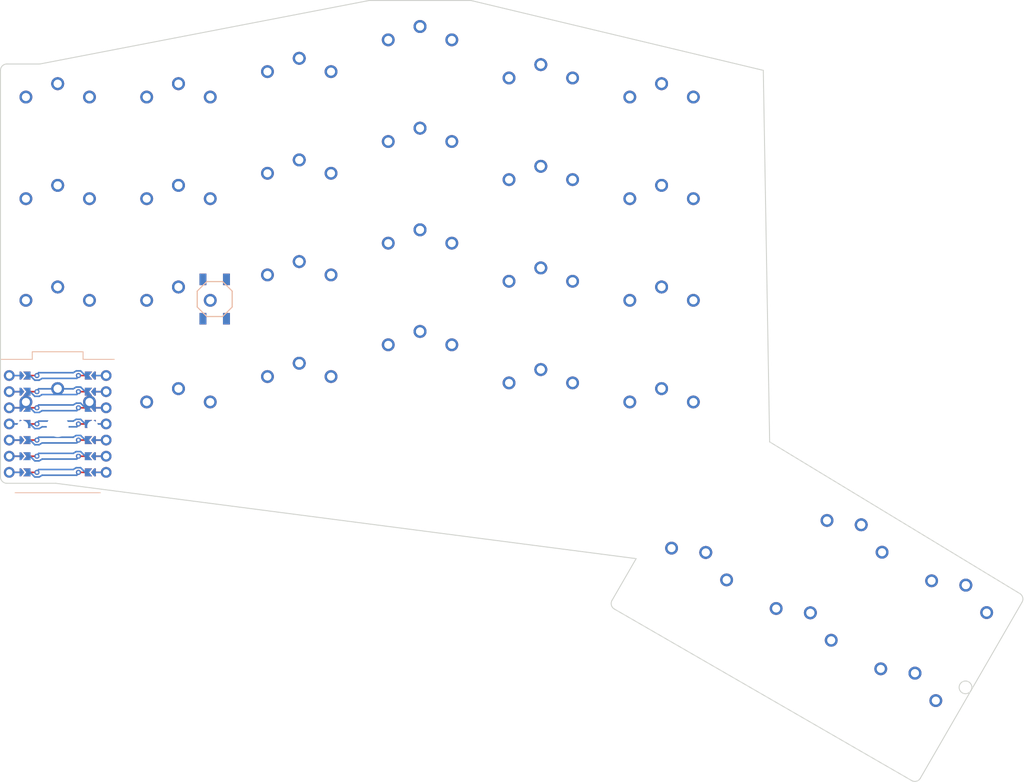
<source format=kicad_pcb>


(kicad_pcb (version 20171130) (host pcbnew 5.1.6)

  (page A3)
  (title_block
    (title "matrix")
    (rev "0.1")
    (company "lad1337")
  )

  (general
    (thickness 1.6)
  )

  (layers
    (0 F.Cu signal)
    (31 B.Cu signal)
    (32 B.Adhes user)
    (33 F.Adhes user)
    (34 B.Paste user)
    (35 F.Paste user)
    (36 B.SilkS user)
    (37 F.SilkS user)
    (38 B.Mask user)
    (39 F.Mask user)
    (40 Dwgs.User user)
    (41 Cmts.User user)
    (42 Eco1.User user)
    (43 Eco2.User user)
    (44 Edge.Cuts user)
    (45 Margin user)
    (46 B.CrtYd user)
    (47 F.CrtYd user)
    (48 B.Fab user)
    (49 F.Fab user)
  )

  (setup
    (last_trace_width 0.25)
    (trace_clearance 0.2)
    (zone_clearance 0.508)
    (zone_45_only no)
    (trace_min 0.2)
    (via_size 0.8)
    (via_drill 0.4)
    (via_min_size 0.4)
    (via_min_drill 0.3)
    (uvia_size 0.3)
    (uvia_drill 0.1)
    (uvias_allowed no)
    (uvia_min_size 0.2)
    (uvia_min_drill 0.1)
    (edge_width 0.05)
    (segment_width 0.2)
    (pcb_text_width 0.3)
    (pcb_text_size 1.5 1.5)
    (mod_edge_width 0.12)
    (mod_text_size 1 1)
    (mod_text_width 0.15)
    (pad_size 1.524 1.524)
    (pad_drill 0.762)
    (pad_to_mask_clearance 0.05)
    (aux_axis_origin 0 0)
    (visible_elements FFFFFF7F)
    (pcbplotparams
      (layerselection 0x010fc_ffffffff)
      (usegerberextensions false)
      (usegerberattributes true)
      (usegerberadvancedattributes true)
      (creategerberjobfile true)
      (excludeedgelayer true)
      (linewidth 0.100000)
      (plotframeref false)
      (viasonmask false)
      (mode 1)
      (useauxorigin false)
      (hpglpennumber 1)
      (hpglpenspeed 20)
      (hpglpendiameter 15.000000)
      (psnegative false)
      (psa4output false)
      (plotreference true)
      (plotvalue true)
      (plotinvisibletext false)
      (padsonsilk false)
      (subtractmaskfromsilk false)
      (outputformat 1)
      (mirror false)
      (drillshape 1)
      (scaleselection 1)
      (outputdirectory ""))
  )

  (net 0 "")
(net 1 "RST")
(net 2 "GND")
(net 3 "RAW")
(net 4 "VCC")
(net 5 "P15")
(net 6 "P14")
(net 7 "P13")
(net 8 "P12")
(net 9 "P2")
(net 10 "P3")
(net 11 "P28")
(net 12 "P29")
(net 13 "P4")
(net 14 "P5")
(net 15 "P11")
(net 16 "MCU1_14")
(net 17 "MCU1_0")
(net 18 "MCU1_13")
(net 19 "MCU1_1")
(net 20 "MCU1_12")
(net 21 "MCU1_2")
(net 22 "MCU1_11")
(net 23 "MCU1_3")
(net 24 "MCU1_10")
(net 25 "MCU1_4")
(net 26 "MCU1_9")
(net 27 "MCU1_5")
(net 28 "MCU1_8")
(net 29 "MCU1_6")

  (net_class Default "This is the default net class."
    (clearance 0.2)
    (trace_width 0.25)
    (via_dia 0.8)
    (via_drill 0.4)
    (uvia_dia 0.3)
    (uvia_drill 0.1)
    (add_net "")
(add_net "RST")
(add_net "GND")
(add_net "RAW")
(add_net "VCC")
(add_net "P15")
(add_net "P14")
(add_net "P13")
(add_net "P12")
(add_net "P2")
(add_net "P3")
(add_net "P28")
(add_net "P29")
(add_net "P4")
(add_net "P5")
(add_net "P11")
(add_net "MCU1_14")
(add_net "MCU1_0")
(add_net "MCU1_13")
(add_net "MCU1_1")
(add_net "MCU1_12")
(add_net "MCU1_2")
(add_net "MCU1_11")
(add_net "MCU1_3")
(add_net "MCU1_10")
(add_net "MCU1_4")
(add_net "MCU1_9")
(add_net "MCU1_5")
(add_net "MCU1_8")
(add_net "MCU1_6")
  )

  
        
      (module PG1350 (layer F.Cu) (tedit 5DD50112)
      (at 100 100 0)

      
      (fp_text reference "S1" (at 0 0) (layer F.SilkS) hide (effects (font (size 1.27 1.27) (thickness 0.15))))
      (fp_text value "" (at 0 0) (layer F.SilkS) hide (effects (font (size 1.27 1.27) (thickness 0.15))))

      
      (fp_line (start -7 -6) (end -7 -7) (layer Dwgs.User) (width 0.15))
      (fp_line (start -7 7) (end -6 7) (layer Dwgs.User) (width 0.15))
      (fp_line (start -6 -7) (end -7 -7) (layer Dwgs.User) (width 0.15))
      (fp_line (start -7 7) (end -7 6) (layer Dwgs.User) (width 0.15))
      (fp_line (start 7 6) (end 7 7) (layer Dwgs.User) (width 0.15))
      (fp_line (start 7 -7) (end 6 -7) (layer Dwgs.User) (width 0.15))
      (fp_line (start 6 7) (end 7 7) (layer Dwgs.User) (width 0.15))
      (fp_line (start 7 -7) (end 7 -6) (layer Dwgs.User) (width 0.15))      
      
      
      (pad "" np_thru_hole circle (at 0 0) (size 3.429 3.429) (drill 3.429) (layers *.Cu *.Mask))
        
      
      (pad "" np_thru_hole circle (at 5.5 0) (size 1.7018 1.7018) (drill 1.7018) (layers *.Cu *.Mask))
      (pad "" np_thru_hole circle (at -5.5 0) (size 1.7018 1.7018) (drill 1.7018) (layers *.Cu *.Mask))
      
        
      
      (fp_line (start -9 -8.5) (end 9 -8.5) (layer Dwgs.User) (width 0.15))
      (fp_line (start 9 -8.5) (end 9 8.5) (layer Dwgs.User) (width 0.15))
      (fp_line (start 9 8.5) (end -9 8.5) (layer Dwgs.User) (width 0.15))
      (fp_line (start -9 8.5) (end -9 -8.5) (layer Dwgs.User) (width 0.15))
      
        
            
            (pad 1 thru_hole circle (at 5 -3.8) (size 2.032 2.032) (drill 1.27) (layers *.Cu *.Mask) (net 0 ""))
            (pad 2 thru_hole circle (at 0 -5.9) (size 2.032 2.032) (drill 1.27) (layers *.Cu *.Mask) (net 0 ""))
          
        
            
            (pad 1 thru_hole circle (at -5 -3.8) (size 2.032 2.032) (drill 1.27) (layers *.Cu *.Mask) (net 0 ""))
            (pad 2 thru_hole circle (at -0 -5.9) (size 2.032 2.032) (drill 1.27) (layers *.Cu *.Mask) (net 0 ""))
          )
        

        
      (module PG1350 (layer F.Cu) (tedit 5DD50112)
      (at 100 84 0)

      
      (fp_text reference "S2" (at 0 0) (layer F.SilkS) hide (effects (font (size 1.27 1.27) (thickness 0.15))))
      (fp_text value "" (at 0 0) (layer F.SilkS) hide (effects (font (size 1.27 1.27) (thickness 0.15))))

      
      (fp_line (start -7 -6) (end -7 -7) (layer Dwgs.User) (width 0.15))
      (fp_line (start -7 7) (end -6 7) (layer Dwgs.User) (width 0.15))
      (fp_line (start -6 -7) (end -7 -7) (layer Dwgs.User) (width 0.15))
      (fp_line (start -7 7) (end -7 6) (layer Dwgs.User) (width 0.15))
      (fp_line (start 7 6) (end 7 7) (layer Dwgs.User) (width 0.15))
      (fp_line (start 7 -7) (end 6 -7) (layer Dwgs.User) (width 0.15))
      (fp_line (start 6 7) (end 7 7) (layer Dwgs.User) (width 0.15))
      (fp_line (start 7 -7) (end 7 -6) (layer Dwgs.User) (width 0.15))      
      
      
      (pad "" np_thru_hole circle (at 0 0) (size 3.429 3.429) (drill 3.429) (layers *.Cu *.Mask))
        
      
      (pad "" np_thru_hole circle (at 5.5 0) (size 1.7018 1.7018) (drill 1.7018) (layers *.Cu *.Mask))
      (pad "" np_thru_hole circle (at -5.5 0) (size 1.7018 1.7018) (drill 1.7018) (layers *.Cu *.Mask))
      
        
      
      (fp_line (start -9 -8.5) (end 9 -8.5) (layer Dwgs.User) (width 0.15))
      (fp_line (start 9 -8.5) (end 9 8.5) (layer Dwgs.User) (width 0.15))
      (fp_line (start 9 8.5) (end -9 8.5) (layer Dwgs.User) (width 0.15))
      (fp_line (start -9 8.5) (end -9 -8.5) (layer Dwgs.User) (width 0.15))
      
        
            
            (pad 1 thru_hole circle (at 5 -3.8) (size 2.032 2.032) (drill 1.27) (layers *.Cu *.Mask) (net 0 ""))
            (pad 2 thru_hole circle (at 0 -5.9) (size 2.032 2.032) (drill 1.27) (layers *.Cu *.Mask) (net 0 ""))
          
        
            
            (pad 1 thru_hole circle (at -5 -3.8) (size 2.032 2.032) (drill 1.27) (layers *.Cu *.Mask) (net 0 ""))
            (pad 2 thru_hole circle (at -0 -5.9) (size 2.032 2.032) (drill 1.27) (layers *.Cu *.Mask) (net 0 ""))
          )
        

        
      (module PG1350 (layer F.Cu) (tedit 5DD50112)
      (at 100 68 0)

      
      (fp_text reference "S3" (at 0 0) (layer F.SilkS) hide (effects (font (size 1.27 1.27) (thickness 0.15))))
      (fp_text value "" (at 0 0) (layer F.SilkS) hide (effects (font (size 1.27 1.27) (thickness 0.15))))

      
      (fp_line (start -7 -6) (end -7 -7) (layer Dwgs.User) (width 0.15))
      (fp_line (start -7 7) (end -6 7) (layer Dwgs.User) (width 0.15))
      (fp_line (start -6 -7) (end -7 -7) (layer Dwgs.User) (width 0.15))
      (fp_line (start -7 7) (end -7 6) (layer Dwgs.User) (width 0.15))
      (fp_line (start 7 6) (end 7 7) (layer Dwgs.User) (width 0.15))
      (fp_line (start 7 -7) (end 6 -7) (layer Dwgs.User) (width 0.15))
      (fp_line (start 6 7) (end 7 7) (layer Dwgs.User) (width 0.15))
      (fp_line (start 7 -7) (end 7 -6) (layer Dwgs.User) (width 0.15))      
      
      
      (pad "" np_thru_hole circle (at 0 0) (size 3.429 3.429) (drill 3.429) (layers *.Cu *.Mask))
        
      
      (pad "" np_thru_hole circle (at 5.5 0) (size 1.7018 1.7018) (drill 1.7018) (layers *.Cu *.Mask))
      (pad "" np_thru_hole circle (at -5.5 0) (size 1.7018 1.7018) (drill 1.7018) (layers *.Cu *.Mask))
      
        
      
      (fp_line (start -9 -8.5) (end 9 -8.5) (layer Dwgs.User) (width 0.15))
      (fp_line (start 9 -8.5) (end 9 8.5) (layer Dwgs.User) (width 0.15))
      (fp_line (start 9 8.5) (end -9 8.5) (layer Dwgs.User) (width 0.15))
      (fp_line (start -9 8.5) (end -9 -8.5) (layer Dwgs.User) (width 0.15))
      
        
            
            (pad 1 thru_hole circle (at 5 -3.8) (size 2.032 2.032) (drill 1.27) (layers *.Cu *.Mask) (net 0 ""))
            (pad 2 thru_hole circle (at 0 -5.9) (size 2.032 2.032) (drill 1.27) (layers *.Cu *.Mask) (net 0 ""))
          
        
            
            (pad 1 thru_hole circle (at -5 -3.8) (size 2.032 2.032) (drill 1.27) (layers *.Cu *.Mask) (net 0 ""))
            (pad 2 thru_hole circle (at -0 -5.9) (size 2.032 2.032) (drill 1.27) (layers *.Cu *.Mask) (net 0 ""))
          )
        

        
      (module PG1350 (layer F.Cu) (tedit 5DD50112)
      (at 100 52 0)

      
      (fp_text reference "S4" (at 0 0) (layer F.SilkS) hide (effects (font (size 1.27 1.27) (thickness 0.15))))
      (fp_text value "" (at 0 0) (layer F.SilkS) hide (effects (font (size 1.27 1.27) (thickness 0.15))))

      
      (fp_line (start -7 -6) (end -7 -7) (layer Dwgs.User) (width 0.15))
      (fp_line (start -7 7) (end -6 7) (layer Dwgs.User) (width 0.15))
      (fp_line (start -6 -7) (end -7 -7) (layer Dwgs.User) (width 0.15))
      (fp_line (start -7 7) (end -7 6) (layer Dwgs.User) (width 0.15))
      (fp_line (start 7 6) (end 7 7) (layer Dwgs.User) (width 0.15))
      (fp_line (start 7 -7) (end 6 -7) (layer Dwgs.User) (width 0.15))
      (fp_line (start 6 7) (end 7 7) (layer Dwgs.User) (width 0.15))
      (fp_line (start 7 -7) (end 7 -6) (layer Dwgs.User) (width 0.15))      
      
      
      (pad "" np_thru_hole circle (at 0 0) (size 3.429 3.429) (drill 3.429) (layers *.Cu *.Mask))
        
      
      (pad "" np_thru_hole circle (at 5.5 0) (size 1.7018 1.7018) (drill 1.7018) (layers *.Cu *.Mask))
      (pad "" np_thru_hole circle (at -5.5 0) (size 1.7018 1.7018) (drill 1.7018) (layers *.Cu *.Mask))
      
        
      
      (fp_line (start -9 -8.5) (end 9 -8.5) (layer Dwgs.User) (width 0.15))
      (fp_line (start 9 -8.5) (end 9 8.5) (layer Dwgs.User) (width 0.15))
      (fp_line (start 9 8.5) (end -9 8.5) (layer Dwgs.User) (width 0.15))
      (fp_line (start -9 8.5) (end -9 -8.5) (layer Dwgs.User) (width 0.15))
      
        
            
            (pad 1 thru_hole circle (at 5 -3.8) (size 2.032 2.032) (drill 1.27) (layers *.Cu *.Mask) (net 0 ""))
            (pad 2 thru_hole circle (at 0 -5.9) (size 2.032 2.032) (drill 1.27) (layers *.Cu *.Mask) (net 0 ""))
          
        
            
            (pad 1 thru_hole circle (at -5 -3.8) (size 2.032 2.032) (drill 1.27) (layers *.Cu *.Mask) (net 0 ""))
            (pad 2 thru_hole circle (at -0 -5.9) (size 2.032 2.032) (drill 1.27) (layers *.Cu *.Mask) (net 0 ""))
          )
        

        
      (module PG1350 (layer F.Cu) (tedit 5DD50112)
      (at 119 100 0)

      
      (fp_text reference "S5" (at 0 0) (layer F.SilkS) hide (effects (font (size 1.27 1.27) (thickness 0.15))))
      (fp_text value "" (at 0 0) (layer F.SilkS) hide (effects (font (size 1.27 1.27) (thickness 0.15))))

      
      (fp_line (start -7 -6) (end -7 -7) (layer Dwgs.User) (width 0.15))
      (fp_line (start -7 7) (end -6 7) (layer Dwgs.User) (width 0.15))
      (fp_line (start -6 -7) (end -7 -7) (layer Dwgs.User) (width 0.15))
      (fp_line (start -7 7) (end -7 6) (layer Dwgs.User) (width 0.15))
      (fp_line (start 7 6) (end 7 7) (layer Dwgs.User) (width 0.15))
      (fp_line (start 7 -7) (end 6 -7) (layer Dwgs.User) (width 0.15))
      (fp_line (start 6 7) (end 7 7) (layer Dwgs.User) (width 0.15))
      (fp_line (start 7 -7) (end 7 -6) (layer Dwgs.User) (width 0.15))      
      
      
      (pad "" np_thru_hole circle (at 0 0) (size 3.429 3.429) (drill 3.429) (layers *.Cu *.Mask))
        
      
      (pad "" np_thru_hole circle (at 5.5 0) (size 1.7018 1.7018) (drill 1.7018) (layers *.Cu *.Mask))
      (pad "" np_thru_hole circle (at -5.5 0) (size 1.7018 1.7018) (drill 1.7018) (layers *.Cu *.Mask))
      
        
      
      (fp_line (start -9 -8.5) (end 9 -8.5) (layer Dwgs.User) (width 0.15))
      (fp_line (start 9 -8.5) (end 9 8.5) (layer Dwgs.User) (width 0.15))
      (fp_line (start 9 8.5) (end -9 8.5) (layer Dwgs.User) (width 0.15))
      (fp_line (start -9 8.5) (end -9 -8.5) (layer Dwgs.User) (width 0.15))
      
        
            
            (pad 1 thru_hole circle (at 5 -3.8) (size 2.032 2.032) (drill 1.27) (layers *.Cu *.Mask) (net 0 ""))
            (pad 2 thru_hole circle (at 0 -5.9) (size 2.032 2.032) (drill 1.27) (layers *.Cu *.Mask) (net 0 ""))
          
        
            
            (pad 1 thru_hole circle (at -5 -3.8) (size 2.032 2.032) (drill 1.27) (layers *.Cu *.Mask) (net 0 ""))
            (pad 2 thru_hole circle (at -0 -5.9) (size 2.032 2.032) (drill 1.27) (layers *.Cu *.Mask) (net 0 ""))
          )
        

        
      (module PG1350 (layer F.Cu) (tedit 5DD50112)
      (at 119 84 0)

      
      (fp_text reference "S6" (at 0 0) (layer F.SilkS) hide (effects (font (size 1.27 1.27) (thickness 0.15))))
      (fp_text value "" (at 0 0) (layer F.SilkS) hide (effects (font (size 1.27 1.27) (thickness 0.15))))

      
      (fp_line (start -7 -6) (end -7 -7) (layer Dwgs.User) (width 0.15))
      (fp_line (start -7 7) (end -6 7) (layer Dwgs.User) (width 0.15))
      (fp_line (start -6 -7) (end -7 -7) (layer Dwgs.User) (width 0.15))
      (fp_line (start -7 7) (end -7 6) (layer Dwgs.User) (width 0.15))
      (fp_line (start 7 6) (end 7 7) (layer Dwgs.User) (width 0.15))
      (fp_line (start 7 -7) (end 6 -7) (layer Dwgs.User) (width 0.15))
      (fp_line (start 6 7) (end 7 7) (layer Dwgs.User) (width 0.15))
      (fp_line (start 7 -7) (end 7 -6) (layer Dwgs.User) (width 0.15))      
      
      
      (pad "" np_thru_hole circle (at 0 0) (size 3.429 3.429) (drill 3.429) (layers *.Cu *.Mask))
        
      
      (pad "" np_thru_hole circle (at 5.5 0) (size 1.7018 1.7018) (drill 1.7018) (layers *.Cu *.Mask))
      (pad "" np_thru_hole circle (at -5.5 0) (size 1.7018 1.7018) (drill 1.7018) (layers *.Cu *.Mask))
      
        
      
      (fp_line (start -9 -8.5) (end 9 -8.5) (layer Dwgs.User) (width 0.15))
      (fp_line (start 9 -8.5) (end 9 8.5) (layer Dwgs.User) (width 0.15))
      (fp_line (start 9 8.5) (end -9 8.5) (layer Dwgs.User) (width 0.15))
      (fp_line (start -9 8.5) (end -9 -8.5) (layer Dwgs.User) (width 0.15))
      
        
            
            (pad 1 thru_hole circle (at 5 -3.8) (size 2.032 2.032) (drill 1.27) (layers *.Cu *.Mask) (net 0 ""))
            (pad 2 thru_hole circle (at 0 -5.9) (size 2.032 2.032) (drill 1.27) (layers *.Cu *.Mask) (net 0 ""))
          
        
            
            (pad 1 thru_hole circle (at -5 -3.8) (size 2.032 2.032) (drill 1.27) (layers *.Cu *.Mask) (net 0 ""))
            (pad 2 thru_hole circle (at -0 -5.9) (size 2.032 2.032) (drill 1.27) (layers *.Cu *.Mask) (net 0 ""))
          )
        

        
      (module PG1350 (layer F.Cu) (tedit 5DD50112)
      (at 119 68 0)

      
      (fp_text reference "S7" (at 0 0) (layer F.SilkS) hide (effects (font (size 1.27 1.27) (thickness 0.15))))
      (fp_text value "" (at 0 0) (layer F.SilkS) hide (effects (font (size 1.27 1.27) (thickness 0.15))))

      
      (fp_line (start -7 -6) (end -7 -7) (layer Dwgs.User) (width 0.15))
      (fp_line (start -7 7) (end -6 7) (layer Dwgs.User) (width 0.15))
      (fp_line (start -6 -7) (end -7 -7) (layer Dwgs.User) (width 0.15))
      (fp_line (start -7 7) (end -7 6) (layer Dwgs.User) (width 0.15))
      (fp_line (start 7 6) (end 7 7) (layer Dwgs.User) (width 0.15))
      (fp_line (start 7 -7) (end 6 -7) (layer Dwgs.User) (width 0.15))
      (fp_line (start 6 7) (end 7 7) (layer Dwgs.User) (width 0.15))
      (fp_line (start 7 -7) (end 7 -6) (layer Dwgs.User) (width 0.15))      
      
      
      (pad "" np_thru_hole circle (at 0 0) (size 3.429 3.429) (drill 3.429) (layers *.Cu *.Mask))
        
      
      (pad "" np_thru_hole circle (at 5.5 0) (size 1.7018 1.7018) (drill 1.7018) (layers *.Cu *.Mask))
      (pad "" np_thru_hole circle (at -5.5 0) (size 1.7018 1.7018) (drill 1.7018) (layers *.Cu *.Mask))
      
        
      
      (fp_line (start -9 -8.5) (end 9 -8.5) (layer Dwgs.User) (width 0.15))
      (fp_line (start 9 -8.5) (end 9 8.5) (layer Dwgs.User) (width 0.15))
      (fp_line (start 9 8.5) (end -9 8.5) (layer Dwgs.User) (width 0.15))
      (fp_line (start -9 8.5) (end -9 -8.5) (layer Dwgs.User) (width 0.15))
      
        
            
            (pad 1 thru_hole circle (at 5 -3.8) (size 2.032 2.032) (drill 1.27) (layers *.Cu *.Mask) (net 0 ""))
            (pad 2 thru_hole circle (at 0 -5.9) (size 2.032 2.032) (drill 1.27) (layers *.Cu *.Mask) (net 0 ""))
          
        
            
            (pad 1 thru_hole circle (at -5 -3.8) (size 2.032 2.032) (drill 1.27) (layers *.Cu *.Mask) (net 0 ""))
            (pad 2 thru_hole circle (at -0 -5.9) (size 2.032 2.032) (drill 1.27) (layers *.Cu *.Mask) (net 0 ""))
          )
        

        
      (module PG1350 (layer F.Cu) (tedit 5DD50112)
      (at 119 52 0)

      
      (fp_text reference "S8" (at 0 0) (layer F.SilkS) hide (effects (font (size 1.27 1.27) (thickness 0.15))))
      (fp_text value "" (at 0 0) (layer F.SilkS) hide (effects (font (size 1.27 1.27) (thickness 0.15))))

      
      (fp_line (start -7 -6) (end -7 -7) (layer Dwgs.User) (width 0.15))
      (fp_line (start -7 7) (end -6 7) (layer Dwgs.User) (width 0.15))
      (fp_line (start -6 -7) (end -7 -7) (layer Dwgs.User) (width 0.15))
      (fp_line (start -7 7) (end -7 6) (layer Dwgs.User) (width 0.15))
      (fp_line (start 7 6) (end 7 7) (layer Dwgs.User) (width 0.15))
      (fp_line (start 7 -7) (end 6 -7) (layer Dwgs.User) (width 0.15))
      (fp_line (start 6 7) (end 7 7) (layer Dwgs.User) (width 0.15))
      (fp_line (start 7 -7) (end 7 -6) (layer Dwgs.User) (width 0.15))      
      
      
      (pad "" np_thru_hole circle (at 0 0) (size 3.429 3.429) (drill 3.429) (layers *.Cu *.Mask))
        
      
      (pad "" np_thru_hole circle (at 5.5 0) (size 1.7018 1.7018) (drill 1.7018) (layers *.Cu *.Mask))
      (pad "" np_thru_hole circle (at -5.5 0) (size 1.7018 1.7018) (drill 1.7018) (layers *.Cu *.Mask))
      
        
      
      (fp_line (start -9 -8.5) (end 9 -8.5) (layer Dwgs.User) (width 0.15))
      (fp_line (start 9 -8.5) (end 9 8.5) (layer Dwgs.User) (width 0.15))
      (fp_line (start 9 8.5) (end -9 8.5) (layer Dwgs.User) (width 0.15))
      (fp_line (start -9 8.5) (end -9 -8.5) (layer Dwgs.User) (width 0.15))
      
        
            
            (pad 1 thru_hole circle (at 5 -3.8) (size 2.032 2.032) (drill 1.27) (layers *.Cu *.Mask) (net 0 ""))
            (pad 2 thru_hole circle (at 0 -5.9) (size 2.032 2.032) (drill 1.27) (layers *.Cu *.Mask) (net 0 ""))
          
        
            
            (pad 1 thru_hole circle (at -5 -3.8) (size 2.032 2.032) (drill 1.27) (layers *.Cu *.Mask) (net 0 ""))
            (pad 2 thru_hole circle (at -0 -5.9) (size 2.032 2.032) (drill 1.27) (layers *.Cu *.Mask) (net 0 ""))
          )
        

        
      (module PG1350 (layer F.Cu) (tedit 5DD50112)
      (at 138 96 0)

      
      (fp_text reference "S9" (at 0 0) (layer F.SilkS) hide (effects (font (size 1.27 1.27) (thickness 0.15))))
      (fp_text value "" (at 0 0) (layer F.SilkS) hide (effects (font (size 1.27 1.27) (thickness 0.15))))

      
      (fp_line (start -7 -6) (end -7 -7) (layer Dwgs.User) (width 0.15))
      (fp_line (start -7 7) (end -6 7) (layer Dwgs.User) (width 0.15))
      (fp_line (start -6 -7) (end -7 -7) (layer Dwgs.User) (width 0.15))
      (fp_line (start -7 7) (end -7 6) (layer Dwgs.User) (width 0.15))
      (fp_line (start 7 6) (end 7 7) (layer Dwgs.User) (width 0.15))
      (fp_line (start 7 -7) (end 6 -7) (layer Dwgs.User) (width 0.15))
      (fp_line (start 6 7) (end 7 7) (layer Dwgs.User) (width 0.15))
      (fp_line (start 7 -7) (end 7 -6) (layer Dwgs.User) (width 0.15))      
      
      
      (pad "" np_thru_hole circle (at 0 0) (size 3.429 3.429) (drill 3.429) (layers *.Cu *.Mask))
        
      
      (pad "" np_thru_hole circle (at 5.5 0) (size 1.7018 1.7018) (drill 1.7018) (layers *.Cu *.Mask))
      (pad "" np_thru_hole circle (at -5.5 0) (size 1.7018 1.7018) (drill 1.7018) (layers *.Cu *.Mask))
      
        
      
      (fp_line (start -9 -8.5) (end 9 -8.5) (layer Dwgs.User) (width 0.15))
      (fp_line (start 9 -8.5) (end 9 8.5) (layer Dwgs.User) (width 0.15))
      (fp_line (start 9 8.5) (end -9 8.5) (layer Dwgs.User) (width 0.15))
      (fp_line (start -9 8.5) (end -9 -8.5) (layer Dwgs.User) (width 0.15))
      
        
            
            (pad 1 thru_hole circle (at 5 -3.8) (size 2.032 2.032) (drill 1.27) (layers *.Cu *.Mask) (net 0 ""))
            (pad 2 thru_hole circle (at 0 -5.9) (size 2.032 2.032) (drill 1.27) (layers *.Cu *.Mask) (net 0 ""))
          
        
            
            (pad 1 thru_hole circle (at -5 -3.8) (size 2.032 2.032) (drill 1.27) (layers *.Cu *.Mask) (net 0 ""))
            (pad 2 thru_hole circle (at -0 -5.9) (size 2.032 2.032) (drill 1.27) (layers *.Cu *.Mask) (net 0 ""))
          )
        

        
      (module PG1350 (layer F.Cu) (tedit 5DD50112)
      (at 138 80 0)

      
      (fp_text reference "S10" (at 0 0) (layer F.SilkS) hide (effects (font (size 1.27 1.27) (thickness 0.15))))
      (fp_text value "" (at 0 0) (layer F.SilkS) hide (effects (font (size 1.27 1.27) (thickness 0.15))))

      
      (fp_line (start -7 -6) (end -7 -7) (layer Dwgs.User) (width 0.15))
      (fp_line (start -7 7) (end -6 7) (layer Dwgs.User) (width 0.15))
      (fp_line (start -6 -7) (end -7 -7) (layer Dwgs.User) (width 0.15))
      (fp_line (start -7 7) (end -7 6) (layer Dwgs.User) (width 0.15))
      (fp_line (start 7 6) (end 7 7) (layer Dwgs.User) (width 0.15))
      (fp_line (start 7 -7) (end 6 -7) (layer Dwgs.User) (width 0.15))
      (fp_line (start 6 7) (end 7 7) (layer Dwgs.User) (width 0.15))
      (fp_line (start 7 -7) (end 7 -6) (layer Dwgs.User) (width 0.15))      
      
      
      (pad "" np_thru_hole circle (at 0 0) (size 3.429 3.429) (drill 3.429) (layers *.Cu *.Mask))
        
      
      (pad "" np_thru_hole circle (at 5.5 0) (size 1.7018 1.7018) (drill 1.7018) (layers *.Cu *.Mask))
      (pad "" np_thru_hole circle (at -5.5 0) (size 1.7018 1.7018) (drill 1.7018) (layers *.Cu *.Mask))
      
        
      
      (fp_line (start -9 -8.5) (end 9 -8.5) (layer Dwgs.User) (width 0.15))
      (fp_line (start 9 -8.5) (end 9 8.5) (layer Dwgs.User) (width 0.15))
      (fp_line (start 9 8.5) (end -9 8.5) (layer Dwgs.User) (width 0.15))
      (fp_line (start -9 8.5) (end -9 -8.5) (layer Dwgs.User) (width 0.15))
      
        
            
            (pad 1 thru_hole circle (at 5 -3.8) (size 2.032 2.032) (drill 1.27) (layers *.Cu *.Mask) (net 0 ""))
            (pad 2 thru_hole circle (at 0 -5.9) (size 2.032 2.032) (drill 1.27) (layers *.Cu *.Mask) (net 0 ""))
          
        
            
            (pad 1 thru_hole circle (at -5 -3.8) (size 2.032 2.032) (drill 1.27) (layers *.Cu *.Mask) (net 0 ""))
            (pad 2 thru_hole circle (at -0 -5.9) (size 2.032 2.032) (drill 1.27) (layers *.Cu *.Mask) (net 0 ""))
          )
        

        
      (module PG1350 (layer F.Cu) (tedit 5DD50112)
      (at 138 64 0)

      
      (fp_text reference "S11" (at 0 0) (layer F.SilkS) hide (effects (font (size 1.27 1.27) (thickness 0.15))))
      (fp_text value "" (at 0 0) (layer F.SilkS) hide (effects (font (size 1.27 1.27) (thickness 0.15))))

      
      (fp_line (start -7 -6) (end -7 -7) (layer Dwgs.User) (width 0.15))
      (fp_line (start -7 7) (end -6 7) (layer Dwgs.User) (width 0.15))
      (fp_line (start -6 -7) (end -7 -7) (layer Dwgs.User) (width 0.15))
      (fp_line (start -7 7) (end -7 6) (layer Dwgs.User) (width 0.15))
      (fp_line (start 7 6) (end 7 7) (layer Dwgs.User) (width 0.15))
      (fp_line (start 7 -7) (end 6 -7) (layer Dwgs.User) (width 0.15))
      (fp_line (start 6 7) (end 7 7) (layer Dwgs.User) (width 0.15))
      (fp_line (start 7 -7) (end 7 -6) (layer Dwgs.User) (width 0.15))      
      
      
      (pad "" np_thru_hole circle (at 0 0) (size 3.429 3.429) (drill 3.429) (layers *.Cu *.Mask))
        
      
      (pad "" np_thru_hole circle (at 5.5 0) (size 1.7018 1.7018) (drill 1.7018) (layers *.Cu *.Mask))
      (pad "" np_thru_hole circle (at -5.5 0) (size 1.7018 1.7018) (drill 1.7018) (layers *.Cu *.Mask))
      
        
      
      (fp_line (start -9 -8.5) (end 9 -8.5) (layer Dwgs.User) (width 0.15))
      (fp_line (start 9 -8.5) (end 9 8.5) (layer Dwgs.User) (width 0.15))
      (fp_line (start 9 8.5) (end -9 8.5) (layer Dwgs.User) (width 0.15))
      (fp_line (start -9 8.5) (end -9 -8.5) (layer Dwgs.User) (width 0.15))
      
        
            
            (pad 1 thru_hole circle (at 5 -3.8) (size 2.032 2.032) (drill 1.27) (layers *.Cu *.Mask) (net 0 ""))
            (pad 2 thru_hole circle (at 0 -5.9) (size 2.032 2.032) (drill 1.27) (layers *.Cu *.Mask) (net 0 ""))
          
        
            
            (pad 1 thru_hole circle (at -5 -3.8) (size 2.032 2.032) (drill 1.27) (layers *.Cu *.Mask) (net 0 ""))
            (pad 2 thru_hole circle (at -0 -5.9) (size 2.032 2.032) (drill 1.27) (layers *.Cu *.Mask) (net 0 ""))
          )
        

        
      (module PG1350 (layer F.Cu) (tedit 5DD50112)
      (at 138 48 0)

      
      (fp_text reference "S12" (at 0 0) (layer F.SilkS) hide (effects (font (size 1.27 1.27) (thickness 0.15))))
      (fp_text value "" (at 0 0) (layer F.SilkS) hide (effects (font (size 1.27 1.27) (thickness 0.15))))

      
      (fp_line (start -7 -6) (end -7 -7) (layer Dwgs.User) (width 0.15))
      (fp_line (start -7 7) (end -6 7) (layer Dwgs.User) (width 0.15))
      (fp_line (start -6 -7) (end -7 -7) (layer Dwgs.User) (width 0.15))
      (fp_line (start -7 7) (end -7 6) (layer Dwgs.User) (width 0.15))
      (fp_line (start 7 6) (end 7 7) (layer Dwgs.User) (width 0.15))
      (fp_line (start 7 -7) (end 6 -7) (layer Dwgs.User) (width 0.15))
      (fp_line (start 6 7) (end 7 7) (layer Dwgs.User) (width 0.15))
      (fp_line (start 7 -7) (end 7 -6) (layer Dwgs.User) (width 0.15))      
      
      
      (pad "" np_thru_hole circle (at 0 0) (size 3.429 3.429) (drill 3.429) (layers *.Cu *.Mask))
        
      
      (pad "" np_thru_hole circle (at 5.5 0) (size 1.7018 1.7018) (drill 1.7018) (layers *.Cu *.Mask))
      (pad "" np_thru_hole circle (at -5.5 0) (size 1.7018 1.7018) (drill 1.7018) (layers *.Cu *.Mask))
      
        
      
      (fp_line (start -9 -8.5) (end 9 -8.5) (layer Dwgs.User) (width 0.15))
      (fp_line (start 9 -8.5) (end 9 8.5) (layer Dwgs.User) (width 0.15))
      (fp_line (start 9 8.5) (end -9 8.5) (layer Dwgs.User) (width 0.15))
      (fp_line (start -9 8.5) (end -9 -8.5) (layer Dwgs.User) (width 0.15))
      
        
            
            (pad 1 thru_hole circle (at 5 -3.8) (size 2.032 2.032) (drill 1.27) (layers *.Cu *.Mask) (net 0 ""))
            (pad 2 thru_hole circle (at 0 -5.9) (size 2.032 2.032) (drill 1.27) (layers *.Cu *.Mask) (net 0 ""))
          
        
            
            (pad 1 thru_hole circle (at -5 -3.8) (size 2.032 2.032) (drill 1.27) (layers *.Cu *.Mask) (net 0 ""))
            (pad 2 thru_hole circle (at -0 -5.9) (size 2.032 2.032) (drill 1.27) (layers *.Cu *.Mask) (net 0 ""))
          )
        

        
      (module PG1350 (layer F.Cu) (tedit 5DD50112)
      (at 157 91 0)

      
      (fp_text reference "S13" (at 0 0) (layer F.SilkS) hide (effects (font (size 1.27 1.27) (thickness 0.15))))
      (fp_text value "" (at 0 0) (layer F.SilkS) hide (effects (font (size 1.27 1.27) (thickness 0.15))))

      
      (fp_line (start -7 -6) (end -7 -7) (layer Dwgs.User) (width 0.15))
      (fp_line (start -7 7) (end -6 7) (layer Dwgs.User) (width 0.15))
      (fp_line (start -6 -7) (end -7 -7) (layer Dwgs.User) (width 0.15))
      (fp_line (start -7 7) (end -7 6) (layer Dwgs.User) (width 0.15))
      (fp_line (start 7 6) (end 7 7) (layer Dwgs.User) (width 0.15))
      (fp_line (start 7 -7) (end 6 -7) (layer Dwgs.User) (width 0.15))
      (fp_line (start 6 7) (end 7 7) (layer Dwgs.User) (width 0.15))
      (fp_line (start 7 -7) (end 7 -6) (layer Dwgs.User) (width 0.15))      
      
      
      (pad "" np_thru_hole circle (at 0 0) (size 3.429 3.429) (drill 3.429) (layers *.Cu *.Mask))
        
      
      (pad "" np_thru_hole circle (at 5.5 0) (size 1.7018 1.7018) (drill 1.7018) (layers *.Cu *.Mask))
      (pad "" np_thru_hole circle (at -5.5 0) (size 1.7018 1.7018) (drill 1.7018) (layers *.Cu *.Mask))
      
        
      
      (fp_line (start -9 -8.5) (end 9 -8.5) (layer Dwgs.User) (width 0.15))
      (fp_line (start 9 -8.5) (end 9 8.5) (layer Dwgs.User) (width 0.15))
      (fp_line (start 9 8.5) (end -9 8.5) (layer Dwgs.User) (width 0.15))
      (fp_line (start -9 8.5) (end -9 -8.5) (layer Dwgs.User) (width 0.15))
      
        
            
            (pad 1 thru_hole circle (at 5 -3.8) (size 2.032 2.032) (drill 1.27) (layers *.Cu *.Mask) (net 0 ""))
            (pad 2 thru_hole circle (at 0 -5.9) (size 2.032 2.032) (drill 1.27) (layers *.Cu *.Mask) (net 0 ""))
          
        
            
            (pad 1 thru_hole circle (at -5 -3.8) (size 2.032 2.032) (drill 1.27) (layers *.Cu *.Mask) (net 0 ""))
            (pad 2 thru_hole circle (at -0 -5.9) (size 2.032 2.032) (drill 1.27) (layers *.Cu *.Mask) (net 0 ""))
          )
        

        
      (module PG1350 (layer F.Cu) (tedit 5DD50112)
      (at 157 75 0)

      
      (fp_text reference "S14" (at 0 0) (layer F.SilkS) hide (effects (font (size 1.27 1.27) (thickness 0.15))))
      (fp_text value "" (at 0 0) (layer F.SilkS) hide (effects (font (size 1.27 1.27) (thickness 0.15))))

      
      (fp_line (start -7 -6) (end -7 -7) (layer Dwgs.User) (width 0.15))
      (fp_line (start -7 7) (end -6 7) (layer Dwgs.User) (width 0.15))
      (fp_line (start -6 -7) (end -7 -7) (layer Dwgs.User) (width 0.15))
      (fp_line (start -7 7) (end -7 6) (layer Dwgs.User) (width 0.15))
      (fp_line (start 7 6) (end 7 7) (layer Dwgs.User) (width 0.15))
      (fp_line (start 7 -7) (end 6 -7) (layer Dwgs.User) (width 0.15))
      (fp_line (start 6 7) (end 7 7) (layer Dwgs.User) (width 0.15))
      (fp_line (start 7 -7) (end 7 -6) (layer Dwgs.User) (width 0.15))      
      
      
      (pad "" np_thru_hole circle (at 0 0) (size 3.429 3.429) (drill 3.429) (layers *.Cu *.Mask))
        
      
      (pad "" np_thru_hole circle (at 5.5 0) (size 1.7018 1.7018) (drill 1.7018) (layers *.Cu *.Mask))
      (pad "" np_thru_hole circle (at -5.5 0) (size 1.7018 1.7018) (drill 1.7018) (layers *.Cu *.Mask))
      
        
      
      (fp_line (start -9 -8.5) (end 9 -8.5) (layer Dwgs.User) (width 0.15))
      (fp_line (start 9 -8.5) (end 9 8.5) (layer Dwgs.User) (width 0.15))
      (fp_line (start 9 8.5) (end -9 8.5) (layer Dwgs.User) (width 0.15))
      (fp_line (start -9 8.5) (end -9 -8.5) (layer Dwgs.User) (width 0.15))
      
        
            
            (pad 1 thru_hole circle (at 5 -3.8) (size 2.032 2.032) (drill 1.27) (layers *.Cu *.Mask) (net 0 ""))
            (pad 2 thru_hole circle (at 0 -5.9) (size 2.032 2.032) (drill 1.27) (layers *.Cu *.Mask) (net 0 ""))
          
        
            
            (pad 1 thru_hole circle (at -5 -3.8) (size 2.032 2.032) (drill 1.27) (layers *.Cu *.Mask) (net 0 ""))
            (pad 2 thru_hole circle (at -0 -5.9) (size 2.032 2.032) (drill 1.27) (layers *.Cu *.Mask) (net 0 ""))
          )
        

        
      (module PG1350 (layer F.Cu) (tedit 5DD50112)
      (at 157 59 0)

      
      (fp_text reference "S15" (at 0 0) (layer F.SilkS) hide (effects (font (size 1.27 1.27) (thickness 0.15))))
      (fp_text value "" (at 0 0) (layer F.SilkS) hide (effects (font (size 1.27 1.27) (thickness 0.15))))

      
      (fp_line (start -7 -6) (end -7 -7) (layer Dwgs.User) (width 0.15))
      (fp_line (start -7 7) (end -6 7) (layer Dwgs.User) (width 0.15))
      (fp_line (start -6 -7) (end -7 -7) (layer Dwgs.User) (width 0.15))
      (fp_line (start -7 7) (end -7 6) (layer Dwgs.User) (width 0.15))
      (fp_line (start 7 6) (end 7 7) (layer Dwgs.User) (width 0.15))
      (fp_line (start 7 -7) (end 6 -7) (layer Dwgs.User) (width 0.15))
      (fp_line (start 6 7) (end 7 7) (layer Dwgs.User) (width 0.15))
      (fp_line (start 7 -7) (end 7 -6) (layer Dwgs.User) (width 0.15))      
      
      
      (pad "" np_thru_hole circle (at 0 0) (size 3.429 3.429) (drill 3.429) (layers *.Cu *.Mask))
        
      
      (pad "" np_thru_hole circle (at 5.5 0) (size 1.7018 1.7018) (drill 1.7018) (layers *.Cu *.Mask))
      (pad "" np_thru_hole circle (at -5.5 0) (size 1.7018 1.7018) (drill 1.7018) (layers *.Cu *.Mask))
      
        
      
      (fp_line (start -9 -8.5) (end 9 -8.5) (layer Dwgs.User) (width 0.15))
      (fp_line (start 9 -8.5) (end 9 8.5) (layer Dwgs.User) (width 0.15))
      (fp_line (start 9 8.5) (end -9 8.5) (layer Dwgs.User) (width 0.15))
      (fp_line (start -9 8.5) (end -9 -8.5) (layer Dwgs.User) (width 0.15))
      
        
            
            (pad 1 thru_hole circle (at 5 -3.8) (size 2.032 2.032) (drill 1.27) (layers *.Cu *.Mask) (net 0 ""))
            (pad 2 thru_hole circle (at 0 -5.9) (size 2.032 2.032) (drill 1.27) (layers *.Cu *.Mask) (net 0 ""))
          
        
            
            (pad 1 thru_hole circle (at -5 -3.8) (size 2.032 2.032) (drill 1.27) (layers *.Cu *.Mask) (net 0 ""))
            (pad 2 thru_hole circle (at -0 -5.9) (size 2.032 2.032) (drill 1.27) (layers *.Cu *.Mask) (net 0 ""))
          )
        

        
      (module PG1350 (layer F.Cu) (tedit 5DD50112)
      (at 157 43 0)

      
      (fp_text reference "S16" (at 0 0) (layer F.SilkS) hide (effects (font (size 1.27 1.27) (thickness 0.15))))
      (fp_text value "" (at 0 0) (layer F.SilkS) hide (effects (font (size 1.27 1.27) (thickness 0.15))))

      
      (fp_line (start -7 -6) (end -7 -7) (layer Dwgs.User) (width 0.15))
      (fp_line (start -7 7) (end -6 7) (layer Dwgs.User) (width 0.15))
      (fp_line (start -6 -7) (end -7 -7) (layer Dwgs.User) (width 0.15))
      (fp_line (start -7 7) (end -7 6) (layer Dwgs.User) (width 0.15))
      (fp_line (start 7 6) (end 7 7) (layer Dwgs.User) (width 0.15))
      (fp_line (start 7 -7) (end 6 -7) (layer Dwgs.User) (width 0.15))
      (fp_line (start 6 7) (end 7 7) (layer Dwgs.User) (width 0.15))
      (fp_line (start 7 -7) (end 7 -6) (layer Dwgs.User) (width 0.15))      
      
      
      (pad "" np_thru_hole circle (at 0 0) (size 3.429 3.429) (drill 3.429) (layers *.Cu *.Mask))
        
      
      (pad "" np_thru_hole circle (at 5.5 0) (size 1.7018 1.7018) (drill 1.7018) (layers *.Cu *.Mask))
      (pad "" np_thru_hole circle (at -5.5 0) (size 1.7018 1.7018) (drill 1.7018) (layers *.Cu *.Mask))
      
        
      
      (fp_line (start -9 -8.5) (end 9 -8.5) (layer Dwgs.User) (width 0.15))
      (fp_line (start 9 -8.5) (end 9 8.5) (layer Dwgs.User) (width 0.15))
      (fp_line (start 9 8.5) (end -9 8.5) (layer Dwgs.User) (width 0.15))
      (fp_line (start -9 8.5) (end -9 -8.5) (layer Dwgs.User) (width 0.15))
      
        
            
            (pad 1 thru_hole circle (at 5 -3.8) (size 2.032 2.032) (drill 1.27) (layers *.Cu *.Mask) (net 0 ""))
            (pad 2 thru_hole circle (at 0 -5.9) (size 2.032 2.032) (drill 1.27) (layers *.Cu *.Mask) (net 0 ""))
          
        
            
            (pad 1 thru_hole circle (at -5 -3.8) (size 2.032 2.032) (drill 1.27) (layers *.Cu *.Mask) (net 0 ""))
            (pad 2 thru_hole circle (at -0 -5.9) (size 2.032 2.032) (drill 1.27) (layers *.Cu *.Mask) (net 0 ""))
          )
        

        
      (module PG1350 (layer F.Cu) (tedit 5DD50112)
      (at 176 97 0)

      
      (fp_text reference "S17" (at 0 0) (layer F.SilkS) hide (effects (font (size 1.27 1.27) (thickness 0.15))))
      (fp_text value "" (at 0 0) (layer F.SilkS) hide (effects (font (size 1.27 1.27) (thickness 0.15))))

      
      (fp_line (start -7 -6) (end -7 -7) (layer Dwgs.User) (width 0.15))
      (fp_line (start -7 7) (end -6 7) (layer Dwgs.User) (width 0.15))
      (fp_line (start -6 -7) (end -7 -7) (layer Dwgs.User) (width 0.15))
      (fp_line (start -7 7) (end -7 6) (layer Dwgs.User) (width 0.15))
      (fp_line (start 7 6) (end 7 7) (layer Dwgs.User) (width 0.15))
      (fp_line (start 7 -7) (end 6 -7) (layer Dwgs.User) (width 0.15))
      (fp_line (start 6 7) (end 7 7) (layer Dwgs.User) (width 0.15))
      (fp_line (start 7 -7) (end 7 -6) (layer Dwgs.User) (width 0.15))      
      
      
      (pad "" np_thru_hole circle (at 0 0) (size 3.429 3.429) (drill 3.429) (layers *.Cu *.Mask))
        
      
      (pad "" np_thru_hole circle (at 5.5 0) (size 1.7018 1.7018) (drill 1.7018) (layers *.Cu *.Mask))
      (pad "" np_thru_hole circle (at -5.5 0) (size 1.7018 1.7018) (drill 1.7018) (layers *.Cu *.Mask))
      
        
      
      (fp_line (start -9 -8.5) (end 9 -8.5) (layer Dwgs.User) (width 0.15))
      (fp_line (start 9 -8.5) (end 9 8.5) (layer Dwgs.User) (width 0.15))
      (fp_line (start 9 8.5) (end -9 8.5) (layer Dwgs.User) (width 0.15))
      (fp_line (start -9 8.5) (end -9 -8.5) (layer Dwgs.User) (width 0.15))
      
        
            
            (pad 1 thru_hole circle (at 5 -3.8) (size 2.032 2.032) (drill 1.27) (layers *.Cu *.Mask) (net 0 ""))
            (pad 2 thru_hole circle (at 0 -5.9) (size 2.032 2.032) (drill 1.27) (layers *.Cu *.Mask) (net 0 ""))
          
        
            
            (pad 1 thru_hole circle (at -5 -3.8) (size 2.032 2.032) (drill 1.27) (layers *.Cu *.Mask) (net 0 ""))
            (pad 2 thru_hole circle (at -0 -5.9) (size 2.032 2.032) (drill 1.27) (layers *.Cu *.Mask) (net 0 ""))
          )
        

        
      (module PG1350 (layer F.Cu) (tedit 5DD50112)
      (at 176 81 0)

      
      (fp_text reference "S18" (at 0 0) (layer F.SilkS) hide (effects (font (size 1.27 1.27) (thickness 0.15))))
      (fp_text value "" (at 0 0) (layer F.SilkS) hide (effects (font (size 1.27 1.27) (thickness 0.15))))

      
      (fp_line (start -7 -6) (end -7 -7) (layer Dwgs.User) (width 0.15))
      (fp_line (start -7 7) (end -6 7) (layer Dwgs.User) (width 0.15))
      (fp_line (start -6 -7) (end -7 -7) (layer Dwgs.User) (width 0.15))
      (fp_line (start -7 7) (end -7 6) (layer Dwgs.User) (width 0.15))
      (fp_line (start 7 6) (end 7 7) (layer Dwgs.User) (width 0.15))
      (fp_line (start 7 -7) (end 6 -7) (layer Dwgs.User) (width 0.15))
      (fp_line (start 6 7) (end 7 7) (layer Dwgs.User) (width 0.15))
      (fp_line (start 7 -7) (end 7 -6) (layer Dwgs.User) (width 0.15))      
      
      
      (pad "" np_thru_hole circle (at 0 0) (size 3.429 3.429) (drill 3.429) (layers *.Cu *.Mask))
        
      
      (pad "" np_thru_hole circle (at 5.5 0) (size 1.7018 1.7018) (drill 1.7018) (layers *.Cu *.Mask))
      (pad "" np_thru_hole circle (at -5.5 0) (size 1.7018 1.7018) (drill 1.7018) (layers *.Cu *.Mask))
      
        
      
      (fp_line (start -9 -8.5) (end 9 -8.5) (layer Dwgs.User) (width 0.15))
      (fp_line (start 9 -8.5) (end 9 8.5) (layer Dwgs.User) (width 0.15))
      (fp_line (start 9 8.5) (end -9 8.5) (layer Dwgs.User) (width 0.15))
      (fp_line (start -9 8.5) (end -9 -8.5) (layer Dwgs.User) (width 0.15))
      
        
            
            (pad 1 thru_hole circle (at 5 -3.8) (size 2.032 2.032) (drill 1.27) (layers *.Cu *.Mask) (net 0 ""))
            (pad 2 thru_hole circle (at 0 -5.9) (size 2.032 2.032) (drill 1.27) (layers *.Cu *.Mask) (net 0 ""))
          
        
            
            (pad 1 thru_hole circle (at -5 -3.8) (size 2.032 2.032) (drill 1.27) (layers *.Cu *.Mask) (net 0 ""))
            (pad 2 thru_hole circle (at -0 -5.9) (size 2.032 2.032) (drill 1.27) (layers *.Cu *.Mask) (net 0 ""))
          )
        

        
      (module PG1350 (layer F.Cu) (tedit 5DD50112)
      (at 176 65 0)

      
      (fp_text reference "S19" (at 0 0) (layer F.SilkS) hide (effects (font (size 1.27 1.27) (thickness 0.15))))
      (fp_text value "" (at 0 0) (layer F.SilkS) hide (effects (font (size 1.27 1.27) (thickness 0.15))))

      
      (fp_line (start -7 -6) (end -7 -7) (layer Dwgs.User) (width 0.15))
      (fp_line (start -7 7) (end -6 7) (layer Dwgs.User) (width 0.15))
      (fp_line (start -6 -7) (end -7 -7) (layer Dwgs.User) (width 0.15))
      (fp_line (start -7 7) (end -7 6) (layer Dwgs.User) (width 0.15))
      (fp_line (start 7 6) (end 7 7) (layer Dwgs.User) (width 0.15))
      (fp_line (start 7 -7) (end 6 -7) (layer Dwgs.User) (width 0.15))
      (fp_line (start 6 7) (end 7 7) (layer Dwgs.User) (width 0.15))
      (fp_line (start 7 -7) (end 7 -6) (layer Dwgs.User) (width 0.15))      
      
      
      (pad "" np_thru_hole circle (at 0 0) (size 3.429 3.429) (drill 3.429) (layers *.Cu *.Mask))
        
      
      (pad "" np_thru_hole circle (at 5.5 0) (size 1.7018 1.7018) (drill 1.7018) (layers *.Cu *.Mask))
      (pad "" np_thru_hole circle (at -5.5 0) (size 1.7018 1.7018) (drill 1.7018) (layers *.Cu *.Mask))
      
        
      
      (fp_line (start -9 -8.5) (end 9 -8.5) (layer Dwgs.User) (width 0.15))
      (fp_line (start 9 -8.5) (end 9 8.5) (layer Dwgs.User) (width 0.15))
      (fp_line (start 9 8.5) (end -9 8.5) (layer Dwgs.User) (width 0.15))
      (fp_line (start -9 8.5) (end -9 -8.5) (layer Dwgs.User) (width 0.15))
      
        
            
            (pad 1 thru_hole circle (at 5 -3.8) (size 2.032 2.032) (drill 1.27) (layers *.Cu *.Mask) (net 0 ""))
            (pad 2 thru_hole circle (at 0 -5.9) (size 2.032 2.032) (drill 1.27) (layers *.Cu *.Mask) (net 0 ""))
          
        
            
            (pad 1 thru_hole circle (at -5 -3.8) (size 2.032 2.032) (drill 1.27) (layers *.Cu *.Mask) (net 0 ""))
            (pad 2 thru_hole circle (at -0 -5.9) (size 2.032 2.032) (drill 1.27) (layers *.Cu *.Mask) (net 0 ""))
          )
        

        
      (module PG1350 (layer F.Cu) (tedit 5DD50112)
      (at 176 49 0)

      
      (fp_text reference "S20" (at 0 0) (layer F.SilkS) hide (effects (font (size 1.27 1.27) (thickness 0.15))))
      (fp_text value "" (at 0 0) (layer F.SilkS) hide (effects (font (size 1.27 1.27) (thickness 0.15))))

      
      (fp_line (start -7 -6) (end -7 -7) (layer Dwgs.User) (width 0.15))
      (fp_line (start -7 7) (end -6 7) (layer Dwgs.User) (width 0.15))
      (fp_line (start -6 -7) (end -7 -7) (layer Dwgs.User) (width 0.15))
      (fp_line (start -7 7) (end -7 6) (layer Dwgs.User) (width 0.15))
      (fp_line (start 7 6) (end 7 7) (layer Dwgs.User) (width 0.15))
      (fp_line (start 7 -7) (end 6 -7) (layer Dwgs.User) (width 0.15))
      (fp_line (start 6 7) (end 7 7) (layer Dwgs.User) (width 0.15))
      (fp_line (start 7 -7) (end 7 -6) (layer Dwgs.User) (width 0.15))      
      
      
      (pad "" np_thru_hole circle (at 0 0) (size 3.429 3.429) (drill 3.429) (layers *.Cu *.Mask))
        
      
      (pad "" np_thru_hole circle (at 5.5 0) (size 1.7018 1.7018) (drill 1.7018) (layers *.Cu *.Mask))
      (pad "" np_thru_hole circle (at -5.5 0) (size 1.7018 1.7018) (drill 1.7018) (layers *.Cu *.Mask))
      
        
      
      (fp_line (start -9 -8.5) (end 9 -8.5) (layer Dwgs.User) (width 0.15))
      (fp_line (start 9 -8.5) (end 9 8.5) (layer Dwgs.User) (width 0.15))
      (fp_line (start 9 8.5) (end -9 8.5) (layer Dwgs.User) (width 0.15))
      (fp_line (start -9 8.5) (end -9 -8.5) (layer Dwgs.User) (width 0.15))
      
        
            
            (pad 1 thru_hole circle (at 5 -3.8) (size 2.032 2.032) (drill 1.27) (layers *.Cu *.Mask) (net 0 ""))
            (pad 2 thru_hole circle (at 0 -5.9) (size 2.032 2.032) (drill 1.27) (layers *.Cu *.Mask) (net 0 ""))
          
        
            
            (pad 1 thru_hole circle (at -5 -3.8) (size 2.032 2.032) (drill 1.27) (layers *.Cu *.Mask) (net 0 ""))
            (pad 2 thru_hole circle (at -0 -5.9) (size 2.032 2.032) (drill 1.27) (layers *.Cu *.Mask) (net 0 ""))
          )
        

        
      (module PG1350 (layer F.Cu) (tedit 5DD50112)
      (at 195 100 0)

      
      (fp_text reference "S21" (at 0 0) (layer F.SilkS) hide (effects (font (size 1.27 1.27) (thickness 0.15))))
      (fp_text value "" (at 0 0) (layer F.SilkS) hide (effects (font (size 1.27 1.27) (thickness 0.15))))

      
      (fp_line (start -7 -6) (end -7 -7) (layer Dwgs.User) (width 0.15))
      (fp_line (start -7 7) (end -6 7) (layer Dwgs.User) (width 0.15))
      (fp_line (start -6 -7) (end -7 -7) (layer Dwgs.User) (width 0.15))
      (fp_line (start -7 7) (end -7 6) (layer Dwgs.User) (width 0.15))
      (fp_line (start 7 6) (end 7 7) (layer Dwgs.User) (width 0.15))
      (fp_line (start 7 -7) (end 6 -7) (layer Dwgs.User) (width 0.15))
      (fp_line (start 6 7) (end 7 7) (layer Dwgs.User) (width 0.15))
      (fp_line (start 7 -7) (end 7 -6) (layer Dwgs.User) (width 0.15))      
      
      
      (pad "" np_thru_hole circle (at 0 0) (size 3.429 3.429) (drill 3.429) (layers *.Cu *.Mask))
        
      
      (pad "" np_thru_hole circle (at 5.5 0) (size 1.7018 1.7018) (drill 1.7018) (layers *.Cu *.Mask))
      (pad "" np_thru_hole circle (at -5.5 0) (size 1.7018 1.7018) (drill 1.7018) (layers *.Cu *.Mask))
      
        
      
      (fp_line (start -9 -8.5) (end 9 -8.5) (layer Dwgs.User) (width 0.15))
      (fp_line (start 9 -8.5) (end 9 8.5) (layer Dwgs.User) (width 0.15))
      (fp_line (start 9 8.5) (end -9 8.5) (layer Dwgs.User) (width 0.15))
      (fp_line (start -9 8.5) (end -9 -8.5) (layer Dwgs.User) (width 0.15))
      
        
            
            (pad 1 thru_hole circle (at 5 -3.8) (size 2.032 2.032) (drill 1.27) (layers *.Cu *.Mask) (net 0 ""))
            (pad 2 thru_hole circle (at 0 -5.9) (size 2.032 2.032) (drill 1.27) (layers *.Cu *.Mask) (net 0 ""))
          
        
            
            (pad 1 thru_hole circle (at -5 -3.8) (size 2.032 2.032) (drill 1.27) (layers *.Cu *.Mask) (net 0 ""))
            (pad 2 thru_hole circle (at -0 -5.9) (size 2.032 2.032) (drill 1.27) (layers *.Cu *.Mask) (net 0 ""))
          )
        

        
      (module PG1350 (layer F.Cu) (tedit 5DD50112)
      (at 195 84 0)

      
      (fp_text reference "S22" (at 0 0) (layer F.SilkS) hide (effects (font (size 1.27 1.27) (thickness 0.15))))
      (fp_text value "" (at 0 0) (layer F.SilkS) hide (effects (font (size 1.27 1.27) (thickness 0.15))))

      
      (fp_line (start -7 -6) (end -7 -7) (layer Dwgs.User) (width 0.15))
      (fp_line (start -7 7) (end -6 7) (layer Dwgs.User) (width 0.15))
      (fp_line (start -6 -7) (end -7 -7) (layer Dwgs.User) (width 0.15))
      (fp_line (start -7 7) (end -7 6) (layer Dwgs.User) (width 0.15))
      (fp_line (start 7 6) (end 7 7) (layer Dwgs.User) (width 0.15))
      (fp_line (start 7 -7) (end 6 -7) (layer Dwgs.User) (width 0.15))
      (fp_line (start 6 7) (end 7 7) (layer Dwgs.User) (width 0.15))
      (fp_line (start 7 -7) (end 7 -6) (layer Dwgs.User) (width 0.15))      
      
      
      (pad "" np_thru_hole circle (at 0 0) (size 3.429 3.429) (drill 3.429) (layers *.Cu *.Mask))
        
      
      (pad "" np_thru_hole circle (at 5.5 0) (size 1.7018 1.7018) (drill 1.7018) (layers *.Cu *.Mask))
      (pad "" np_thru_hole circle (at -5.5 0) (size 1.7018 1.7018) (drill 1.7018) (layers *.Cu *.Mask))
      
        
      
      (fp_line (start -9 -8.5) (end 9 -8.5) (layer Dwgs.User) (width 0.15))
      (fp_line (start 9 -8.5) (end 9 8.5) (layer Dwgs.User) (width 0.15))
      (fp_line (start 9 8.5) (end -9 8.5) (layer Dwgs.User) (width 0.15))
      (fp_line (start -9 8.5) (end -9 -8.5) (layer Dwgs.User) (width 0.15))
      
        
            
            (pad 1 thru_hole circle (at 5 -3.8) (size 2.032 2.032) (drill 1.27) (layers *.Cu *.Mask) (net 0 ""))
            (pad 2 thru_hole circle (at 0 -5.9) (size 2.032 2.032) (drill 1.27) (layers *.Cu *.Mask) (net 0 ""))
          
        
            
            (pad 1 thru_hole circle (at -5 -3.8) (size 2.032 2.032) (drill 1.27) (layers *.Cu *.Mask) (net 0 ""))
            (pad 2 thru_hole circle (at -0 -5.9) (size 2.032 2.032) (drill 1.27) (layers *.Cu *.Mask) (net 0 ""))
          )
        

        
      (module PG1350 (layer F.Cu) (tedit 5DD50112)
      (at 195 68 0)

      
      (fp_text reference "S23" (at 0 0) (layer F.SilkS) hide (effects (font (size 1.27 1.27) (thickness 0.15))))
      (fp_text value "" (at 0 0) (layer F.SilkS) hide (effects (font (size 1.27 1.27) (thickness 0.15))))

      
      (fp_line (start -7 -6) (end -7 -7) (layer Dwgs.User) (width 0.15))
      (fp_line (start -7 7) (end -6 7) (layer Dwgs.User) (width 0.15))
      (fp_line (start -6 -7) (end -7 -7) (layer Dwgs.User) (width 0.15))
      (fp_line (start -7 7) (end -7 6) (layer Dwgs.User) (width 0.15))
      (fp_line (start 7 6) (end 7 7) (layer Dwgs.User) (width 0.15))
      (fp_line (start 7 -7) (end 6 -7) (layer Dwgs.User) (width 0.15))
      (fp_line (start 6 7) (end 7 7) (layer Dwgs.User) (width 0.15))
      (fp_line (start 7 -7) (end 7 -6) (layer Dwgs.User) (width 0.15))      
      
      
      (pad "" np_thru_hole circle (at 0 0) (size 3.429 3.429) (drill 3.429) (layers *.Cu *.Mask))
        
      
      (pad "" np_thru_hole circle (at 5.5 0) (size 1.7018 1.7018) (drill 1.7018) (layers *.Cu *.Mask))
      (pad "" np_thru_hole circle (at -5.5 0) (size 1.7018 1.7018) (drill 1.7018) (layers *.Cu *.Mask))
      
        
      
      (fp_line (start -9 -8.5) (end 9 -8.5) (layer Dwgs.User) (width 0.15))
      (fp_line (start 9 -8.5) (end 9 8.5) (layer Dwgs.User) (width 0.15))
      (fp_line (start 9 8.5) (end -9 8.5) (layer Dwgs.User) (width 0.15))
      (fp_line (start -9 8.5) (end -9 -8.5) (layer Dwgs.User) (width 0.15))
      
        
            
            (pad 1 thru_hole circle (at 5 -3.8) (size 2.032 2.032) (drill 1.27) (layers *.Cu *.Mask) (net 0 ""))
            (pad 2 thru_hole circle (at 0 -5.9) (size 2.032 2.032) (drill 1.27) (layers *.Cu *.Mask) (net 0 ""))
          
        
            
            (pad 1 thru_hole circle (at -5 -3.8) (size 2.032 2.032) (drill 1.27) (layers *.Cu *.Mask) (net 0 ""))
            (pad 2 thru_hole circle (at -0 -5.9) (size 2.032 2.032) (drill 1.27) (layers *.Cu *.Mask) (net 0 ""))
          )
        

        
      (module PG1350 (layer F.Cu) (tedit 5DD50112)
      (at 195 52 0)

      
      (fp_text reference "S24" (at 0 0) (layer F.SilkS) hide (effects (font (size 1.27 1.27) (thickness 0.15))))
      (fp_text value "" (at 0 0) (layer F.SilkS) hide (effects (font (size 1.27 1.27) (thickness 0.15))))

      
      (fp_line (start -7 -6) (end -7 -7) (layer Dwgs.User) (width 0.15))
      (fp_line (start -7 7) (end -6 7) (layer Dwgs.User) (width 0.15))
      (fp_line (start -6 -7) (end -7 -7) (layer Dwgs.User) (width 0.15))
      (fp_line (start -7 7) (end -7 6) (layer Dwgs.User) (width 0.15))
      (fp_line (start 7 6) (end 7 7) (layer Dwgs.User) (width 0.15))
      (fp_line (start 7 -7) (end 6 -7) (layer Dwgs.User) (width 0.15))
      (fp_line (start 6 7) (end 7 7) (layer Dwgs.User) (width 0.15))
      (fp_line (start 7 -7) (end 7 -6) (layer Dwgs.User) (width 0.15))      
      
      
      (pad "" np_thru_hole circle (at 0 0) (size 3.429 3.429) (drill 3.429) (layers *.Cu *.Mask))
        
      
      (pad "" np_thru_hole circle (at 5.5 0) (size 1.7018 1.7018) (drill 1.7018) (layers *.Cu *.Mask))
      (pad "" np_thru_hole circle (at -5.5 0) (size 1.7018 1.7018) (drill 1.7018) (layers *.Cu *.Mask))
      
        
      
      (fp_line (start -9 -8.5) (end 9 -8.5) (layer Dwgs.User) (width 0.15))
      (fp_line (start 9 -8.5) (end 9 8.5) (layer Dwgs.User) (width 0.15))
      (fp_line (start 9 8.5) (end -9 8.5) (layer Dwgs.User) (width 0.15))
      (fp_line (start -9 8.5) (end -9 -8.5) (layer Dwgs.User) (width 0.15))
      
        
            
            (pad 1 thru_hole circle (at 5 -3.8) (size 2.032 2.032) (drill 1.27) (layers *.Cu *.Mask) (net 0 ""))
            (pad 2 thru_hole circle (at 0 -5.9) (size 2.032 2.032) (drill 1.27) (layers *.Cu *.Mask) (net 0 ""))
          
        
            
            (pad 1 thru_hole circle (at -5 -3.8) (size 2.032 2.032) (drill 1.27) (layers *.Cu *.Mask) (net 0 ""))
            (pad 2 thru_hole circle (at -0 -5.9) (size 2.032 2.032) (drill 1.27) (layers *.Cu *.Mask) (net 0 ""))
          )
        

        
      (module PG1350 (layer F.Cu) (tedit 5DD50112)
      (at 199 125 -30)

      
      (fp_text reference "S25" (at 0 0) (layer F.SilkS) hide (effects (font (size 1.27 1.27) (thickness 0.15))))
      (fp_text value "" (at 0 0) (layer F.SilkS) hide (effects (font (size 1.27 1.27) (thickness 0.15))))

      
      (fp_line (start -7 -6) (end -7 -7) (layer Dwgs.User) (width 0.15))
      (fp_line (start -7 7) (end -6 7) (layer Dwgs.User) (width 0.15))
      (fp_line (start -6 -7) (end -7 -7) (layer Dwgs.User) (width 0.15))
      (fp_line (start -7 7) (end -7 6) (layer Dwgs.User) (width 0.15))
      (fp_line (start 7 6) (end 7 7) (layer Dwgs.User) (width 0.15))
      (fp_line (start 7 -7) (end 6 -7) (layer Dwgs.User) (width 0.15))
      (fp_line (start 6 7) (end 7 7) (layer Dwgs.User) (width 0.15))
      (fp_line (start 7 -7) (end 7 -6) (layer Dwgs.User) (width 0.15))      
      
      
      (pad "" np_thru_hole circle (at 0 0) (size 3.429 3.429) (drill 3.429) (layers *.Cu *.Mask))
        
      
      (pad "" np_thru_hole circle (at 5.5 0) (size 1.7018 1.7018) (drill 1.7018) (layers *.Cu *.Mask))
      (pad "" np_thru_hole circle (at -5.5 0) (size 1.7018 1.7018) (drill 1.7018) (layers *.Cu *.Mask))
      
        
      
      (fp_line (start -9 -8.5) (end 9 -8.5) (layer Dwgs.User) (width 0.15))
      (fp_line (start 9 -8.5) (end 9 8.5) (layer Dwgs.User) (width 0.15))
      (fp_line (start 9 8.5) (end -9 8.5) (layer Dwgs.User) (width 0.15))
      (fp_line (start -9 8.5) (end -9 -8.5) (layer Dwgs.User) (width 0.15))
      
        
            
            (pad 1 thru_hole circle (at 5 -3.8) (size 2.032 2.032) (drill 1.27) (layers *.Cu *.Mask) (net 0 ""))
            (pad 2 thru_hole circle (at 0 -5.9) (size 2.032 2.032) (drill 1.27) (layers *.Cu *.Mask) (net 0 ""))
          
        
            
            (pad 1 thru_hole circle (at -5 -3.8) (size 2.032 2.032) (drill 1.27) (layers *.Cu *.Mask) (net 0 ""))
            (pad 2 thru_hole circle (at -0 -5.9) (size 2.032 2.032) (drill 1.27) (layers *.Cu *.Mask) (net 0 ""))
          )
        

        
      (module PG1350 (layer F.Cu) (tedit 5DD50112)
      (at 215.4544827 134.5 -30)

      
      (fp_text reference "S26" (at 0 0) (layer F.SilkS) hide (effects (font (size 1.27 1.27) (thickness 0.15))))
      (fp_text value "" (at 0 0) (layer F.SilkS) hide (effects (font (size 1.27 1.27) (thickness 0.15))))

      
      (fp_line (start -7 -6) (end -7 -7) (layer Dwgs.User) (width 0.15))
      (fp_line (start -7 7) (end -6 7) (layer Dwgs.User) (width 0.15))
      (fp_line (start -6 -7) (end -7 -7) (layer Dwgs.User) (width 0.15))
      (fp_line (start -7 7) (end -7 6) (layer Dwgs.User) (width 0.15))
      (fp_line (start 7 6) (end 7 7) (layer Dwgs.User) (width 0.15))
      (fp_line (start 7 -7) (end 6 -7) (layer Dwgs.User) (width 0.15))
      (fp_line (start 6 7) (end 7 7) (layer Dwgs.User) (width 0.15))
      (fp_line (start 7 -7) (end 7 -6) (layer Dwgs.User) (width 0.15))      
      
      
      (pad "" np_thru_hole circle (at 0 0) (size 3.429 3.429) (drill 3.429) (layers *.Cu *.Mask))
        
      
      (pad "" np_thru_hole circle (at 5.5 0) (size 1.7018 1.7018) (drill 1.7018) (layers *.Cu *.Mask))
      (pad "" np_thru_hole circle (at -5.5 0) (size 1.7018 1.7018) (drill 1.7018) (layers *.Cu *.Mask))
      
        
      
      (fp_line (start -9 -8.5) (end 9 -8.5) (layer Dwgs.User) (width 0.15))
      (fp_line (start 9 -8.5) (end 9 8.5) (layer Dwgs.User) (width 0.15))
      (fp_line (start 9 8.5) (end -9 8.5) (layer Dwgs.User) (width 0.15))
      (fp_line (start -9 8.5) (end -9 -8.5) (layer Dwgs.User) (width 0.15))
      
        
            
            (pad 1 thru_hole circle (at 5 -3.8) (size 2.032 2.032) (drill 1.27) (layers *.Cu *.Mask) (net 0 ""))
            (pad 2 thru_hole circle (at 0 -5.9) (size 2.032 2.032) (drill 1.27) (layers *.Cu *.Mask) (net 0 ""))
          
        
            
            (pad 1 thru_hole circle (at -5 -3.8) (size 2.032 2.032) (drill 1.27) (layers *.Cu *.Mask) (net 0 ""))
            (pad 2 thru_hole circle (at -0 -5.9) (size 2.032 2.032) (drill 1.27) (layers *.Cu *.Mask) (net 0 ""))
          )
        

        
      (module PG1350 (layer F.Cu) (tedit 5DD50112)
      (at 223.4544827 120.6435935 -30)

      
      (fp_text reference "S27" (at 0 0) (layer F.SilkS) hide (effects (font (size 1.27 1.27) (thickness 0.15))))
      (fp_text value "" (at 0 0) (layer F.SilkS) hide (effects (font (size 1.27 1.27) (thickness 0.15))))

      
      (fp_line (start -7 -6) (end -7 -7) (layer Dwgs.User) (width 0.15))
      (fp_line (start -7 7) (end -6 7) (layer Dwgs.User) (width 0.15))
      (fp_line (start -6 -7) (end -7 -7) (layer Dwgs.User) (width 0.15))
      (fp_line (start -7 7) (end -7 6) (layer Dwgs.User) (width 0.15))
      (fp_line (start 7 6) (end 7 7) (layer Dwgs.User) (width 0.15))
      (fp_line (start 7 -7) (end 6 -7) (layer Dwgs.User) (width 0.15))
      (fp_line (start 6 7) (end 7 7) (layer Dwgs.User) (width 0.15))
      (fp_line (start 7 -7) (end 7 -6) (layer Dwgs.User) (width 0.15))      
      
      
      (pad "" np_thru_hole circle (at 0 0) (size 3.429 3.429) (drill 3.429) (layers *.Cu *.Mask))
        
      
      (pad "" np_thru_hole circle (at 5.5 0) (size 1.7018 1.7018) (drill 1.7018) (layers *.Cu *.Mask))
      (pad "" np_thru_hole circle (at -5.5 0) (size 1.7018 1.7018) (drill 1.7018) (layers *.Cu *.Mask))
      
        
      
      (fp_line (start -9 -8.5) (end 9 -8.5) (layer Dwgs.User) (width 0.15))
      (fp_line (start 9 -8.5) (end 9 8.5) (layer Dwgs.User) (width 0.15))
      (fp_line (start 9 8.5) (end -9 8.5) (layer Dwgs.User) (width 0.15))
      (fp_line (start -9 8.5) (end -9 -8.5) (layer Dwgs.User) (width 0.15))
      
        
            
            (pad 1 thru_hole circle (at 5 -3.8) (size 2.032 2.032) (drill 1.27) (layers *.Cu *.Mask) (net 0 ""))
            (pad 2 thru_hole circle (at 0 -5.9) (size 2.032 2.032) (drill 1.27) (layers *.Cu *.Mask) (net 0 ""))
          
        
            
            (pad 1 thru_hole circle (at -5 -3.8) (size 2.032 2.032) (drill 1.27) (layers *.Cu *.Mask) (net 0 ""))
            (pad 2 thru_hole circle (at -0 -5.9) (size 2.032 2.032) (drill 1.27) (layers *.Cu *.Mask) (net 0 ""))
          )
        

        
      (module PG1350 (layer F.Cu) (tedit 5DD50112)
      (at 231.9089653 144 -30)

      
      (fp_text reference "S28" (at 0 0) (layer F.SilkS) hide (effects (font (size 1.27 1.27) (thickness 0.15))))
      (fp_text value "" (at 0 0) (layer F.SilkS) hide (effects (font (size 1.27 1.27) (thickness 0.15))))

      
      (fp_line (start -7 -6) (end -7 -7) (layer Dwgs.User) (width 0.15))
      (fp_line (start -7 7) (end -6 7) (layer Dwgs.User) (width 0.15))
      (fp_line (start -6 -7) (end -7 -7) (layer Dwgs.User) (width 0.15))
      (fp_line (start -7 7) (end -7 6) (layer Dwgs.User) (width 0.15))
      (fp_line (start 7 6) (end 7 7) (layer Dwgs.User) (width 0.15))
      (fp_line (start 7 -7) (end 6 -7) (layer Dwgs.User) (width 0.15))
      (fp_line (start 6 7) (end 7 7) (layer Dwgs.User) (width 0.15))
      (fp_line (start 7 -7) (end 7 -6) (layer Dwgs.User) (width 0.15))      
      
      
      (pad "" np_thru_hole circle (at 0 0) (size 3.429 3.429) (drill 3.429) (layers *.Cu *.Mask))
        
      
      (pad "" np_thru_hole circle (at 5.5 0) (size 1.7018 1.7018) (drill 1.7018) (layers *.Cu *.Mask))
      (pad "" np_thru_hole circle (at -5.5 0) (size 1.7018 1.7018) (drill 1.7018) (layers *.Cu *.Mask))
      
        
      
      (fp_line (start -9 -8.5) (end 9 -8.5) (layer Dwgs.User) (width 0.15))
      (fp_line (start 9 -8.5) (end 9 8.5) (layer Dwgs.User) (width 0.15))
      (fp_line (start 9 8.5) (end -9 8.5) (layer Dwgs.User) (width 0.15))
      (fp_line (start -9 8.5) (end -9 -8.5) (layer Dwgs.User) (width 0.15))
      
        
            
            (pad 1 thru_hole circle (at 5 -3.8) (size 2.032 2.032) (drill 1.27) (layers *.Cu *.Mask) (net 0 ""))
            (pad 2 thru_hole circle (at 0 -5.9) (size 2.032 2.032) (drill 1.27) (layers *.Cu *.Mask) (net 0 ""))
          
        
            
            (pad 1 thru_hole circle (at -5 -3.8) (size 2.032 2.032) (drill 1.27) (layers *.Cu *.Mask) (net 0 ""))
            (pad 2 thru_hole circle (at -0 -5.9) (size 2.032 2.032) (drill 1.27) (layers *.Cu *.Mask) (net 0 ""))
          )
        

        
      (module PG1350 (layer F.Cu) (tedit 5DD50112)
      (at 239.9089653 130.1435935 -30)

      
      (fp_text reference "S29" (at 0 0) (layer F.SilkS) hide (effects (font (size 1.27 1.27) (thickness 0.15))))
      (fp_text value "" (at 0 0) (layer F.SilkS) hide (effects (font (size 1.27 1.27) (thickness 0.15))))

      
      (fp_line (start -7 -6) (end -7 -7) (layer Dwgs.User) (width 0.15))
      (fp_line (start -7 7) (end -6 7) (layer Dwgs.User) (width 0.15))
      (fp_line (start -6 -7) (end -7 -7) (layer Dwgs.User) (width 0.15))
      (fp_line (start -7 7) (end -7 6) (layer Dwgs.User) (width 0.15))
      (fp_line (start 7 6) (end 7 7) (layer Dwgs.User) (width 0.15))
      (fp_line (start 7 -7) (end 6 -7) (layer Dwgs.User) (width 0.15))
      (fp_line (start 6 7) (end 7 7) (layer Dwgs.User) (width 0.15))
      (fp_line (start 7 -7) (end 7 -6) (layer Dwgs.User) (width 0.15))      
      
      
      (pad "" np_thru_hole circle (at 0 0) (size 3.429 3.429) (drill 3.429) (layers *.Cu *.Mask))
        
      
      (pad "" np_thru_hole circle (at 5.5 0) (size 1.7018 1.7018) (drill 1.7018) (layers *.Cu *.Mask))
      (pad "" np_thru_hole circle (at -5.5 0) (size 1.7018 1.7018) (drill 1.7018) (layers *.Cu *.Mask))
      
        
      
      (fp_line (start -9 -8.5) (end 9 -8.5) (layer Dwgs.User) (width 0.15))
      (fp_line (start 9 -8.5) (end 9 8.5) (layer Dwgs.User) (width 0.15))
      (fp_line (start 9 8.5) (end -9 8.5) (layer Dwgs.User) (width 0.15))
      (fp_line (start -9 8.5) (end -9 -8.5) (layer Dwgs.User) (width 0.15))
      
        
            
            (pad 1 thru_hole circle (at 5 -3.8) (size 2.032 2.032) (drill 1.27) (layers *.Cu *.Mask) (net 0 ""))
            (pad 2 thru_hole circle (at 0 -5.9) (size 2.032 2.032) (drill 1.27) (layers *.Cu *.Mask) (net 0 ""))
          
        
            
            (pad 1 thru_hole circle (at -5 -3.8) (size 2.032 2.032) (drill 1.27) (layers *.Cu *.Mask) (net 0 ""))
            (pad 2 thru_hole circle (at -0 -5.9) (size 2.032 2.032) (drill 1.27) (layers *.Cu *.Mask) (net 0 ""))
          )
        

    
    (module E73:SW_TACT_ALPS_SKQGABE010 (layer F.Cu) (tstamp 5BF2CC94)

        (descr "Low-profile SMD Tactile Switch, https://www.e-switch.com/product-catalog/tact/product-lines/tl3342-series-low-profile-smt-tact-switch")
        (tags "SPST Tactile Switch")

        (at 124.7 80 90)
        
        (fp_text reference "B1" (at 0 0) (layer F.SilkS) hide (effects (font (size 1.27 1.27) (thickness 0.15))))
        (fp_text value "" (at 0 0) (layer F.SilkS) hide (effects (font (size 1.27 1.27) (thickness 0.15))))
        
        
        (fp_line (start 2.75 1.25) (end 1.25 2.75) (layer F.SilkS) (width 0.15))
        (fp_line (start 2.75 -1.25) (end 1.25 -2.75) (layer F.SilkS) (width 0.15))
        (fp_line (start 2.75 -1.25) (end 2.75 1.25) (layer F.SilkS) (width 0.15))
        (fp_line (start -1.25 2.75) (end 1.25 2.75) (layer F.SilkS) (width 0.15))
        (fp_line (start -1.25 -2.75) (end 1.25 -2.75) (layer F.SilkS) (width 0.15))
        (fp_line (start -2.75 1.25) (end -1.25 2.75) (layer F.SilkS) (width 0.15))
        (fp_line (start -2.75 -1.25) (end -1.25 -2.75) (layer F.SilkS) (width 0.15))
        (fp_line (start -2.75 -1.25) (end -2.75 1.25) (layer F.SilkS) (width 0.15))
        
        
        (pad 1 smd rect (at -3.1 -1.85 90) (size 1.8 1.1) (layers F.Cu F.Paste F.Mask) (net 1 "RST"))
        (pad 1 smd rect (at 3.1 -1.85 90) (size 1.8 1.1) (layers F.Cu F.Paste F.Mask) (net 1 "RST"))
        (pad 2 smd rect (at -3.1 1.85 90) (size 1.8 1.1) (layers F.Cu F.Paste F.Mask) (net 2 "GND"))
        (pad 2 smd rect (at 3.1 1.85 90) (size 1.8 1.1) (layers F.Cu F.Paste F.Mask) (net 2 "GND"))
    )
    
    

        
        (module seeed_xiao (layer F.Cu) (tedit 6451A4F1)
          (attr virtual)
          (at 100 100 0)
          (fp_text reference "MCU1" (at 0 -15) (layer F.SilkS) hide
            (effects (font (size 1 1) (thickness 0.15)))
          )

          
          
          (fp_line (start -6.7 10.5) (end 6.7 10.5) (width 0.12) (layer "F.SilkS"))
          (fp_line (start -4 -11.7) (end 4 -11.7) (width 0.12) (layer "F.SilkS"))
          (fp_line (start -4 -10.5) (end -8.9 -10.5) (width 0.12) (layer "F.SilkS"))
          (fp_line (start -4 -10.5) (end -4 -11.7) (width 0.12) (layer "F.SilkS"))
          (fp_line (start 4 -11.7) (end 4 -10.5) (width 0.12) (layer "F.SilkS"))
          (fp_line (start 8.9 -10.5) (end 4 -10.5) (width 0.12) (layer "F.SilkS"))

          (fp_line (start -8.9 10.5) (end -8.9 -10.5) (width 0.1) (layer "F.Fab"))
          (fp_line (start -8.9 -10.5) (end -4 -10.5) (width 0.1) (layer "F.Fab"))
          (fp_line (start -4 -11.7) (end 4 -11.7) (width 0.1) (layer "F.Fab"))
          (fp_line (start -4 -10.5) (end -4 -11.7) (width 0.1) (layer "F.Fab"))
          (fp_line (start 4 -11.7) (end 4 -10.5) (width 0.1) (layer "F.Fab"))
          (fp_line (start 4 -10.5) (end 8.9 -10.5) (width 0.1) (layer "F.Fab"))
          (fp_line (start 8.9 10.5) (end -8.9 10.5) (width 0.1) (layer "F.Fab"))
          (fp_line (start 8.9 -10.5) (end 8.9 10.5) (width 0.1) (layer "F.Fab"))
        
          
          (fp_line (start -6.7 10.5) (end 6.7 10.5) (width 0.12) (layer "B.SilkS"))
          (fp_line (start -4 -11.7) (end 4 -11.7) (width 0.12) (layer "B.SilkS"))
          (fp_line (start -4 -10.5) (end -8.9 -10.5) (width 0.12) (layer "B.SilkS"))
          (fp_line (start -4 -10.5) (end -4 -11.7) (width 0.12) (layer "B.SilkS"))
          (fp_line (start 4 -11.7) (end 4 -10.5) (width 0.12) (layer "B.SilkS"))
          (fp_line (start 8.9 -10.5) (end 4 -10.5) (width 0.12) (layer "B.SilkS"))

          (fp_line (start -8.9 10.5) (end -8.9 -10.5) (width 0.1) (layer "B.Fab"))
          (fp_line (start -8.9 -10.5) (end -4 -10.5) (width 0.1) (layer "B.Fab"))
          (fp_line (start -4 -11.7) (end 4 -11.7) (width 0.1) (layer "B.Fab"))
          (fp_line (start -4 -10.5) (end -4 -11.7) (width 0.1) (layer "B.Fab"))
          (fp_line (start 4 -11.7) (end 4 -10.5) (width 0.1) (layer "B.Fab"))
          (fp_line (start 4 -10.5) (end 8.9 -10.5) (width 0.1) (layer "B.Fab"))
          (fp_line (start 8.9 10.5) (end -8.9 10.5) (width 0.1) (layer "B.Fab"))
          (fp_line (start 8.9 -10.5) (end 8.9 10.5) (width 0.1) (layer "B.Fab"))
        

               
          
          (fp_line (start 8.9 10.5) (end -8.9 10.5) (width 0.15) (layer F.CrtYd))
          (fp_line (start -8.9 10.5) (end -8.9 -10.5) (width 0.15) (layer F.CrtYd))
          (fp_line (start -8.9 -10.5) (end 8.9 -10.5) (width 0.15) (layer F.CrtYd))
          (fp_line (start 8.9 -10.5) (end 8.9 10.5) (width 0.15) (layer F.CrtYd))
           
          
          (fp_line (start 8.9 10.5) (end -8.9 10.5) (width 0.15) (layer B.CrtYd))
          (fp_line (start -8.9 10.5) (end -8.9 -10.5) (width 0.15) (layer B.CrtYd))
          (fp_line (start -8.9 -10.5) (end 8.9 -10.5) (width 0.15) (layer B.CrtYd))
          (fp_line (start 8.9 -10.5) (end 8.9 10.5) (width 0.15) (layer B.CrtYd))
          
          
            
          (pad 14 thru_hole circle (at -7.62 -7.96) (size 1.7 1.7) (drill 1) (layers *.Cu *.Mask) (net 16 "MCU1_14"))
        
            
          (pad 0 thru_hole circle (at 7.62 -7.96) (size 1.7 1.7) (drill 1) (layers *.Cu *.Mask) (net 17 "MCU1_0"))
        
          

            
          (pad 0 thru_hole circle (at -3.262 -7.96) (size 0.8 0.8) (drill 0.4) (layers *.Cu *.Mask) (net 9 "P2"))
        
            
          (pad 124 thru_hole circle (at 3.262 -7.96) (size 0.8 0.8) (drill 0.4) (layers *.Cu *.Mask) (net 3 "RAW"))
        
          

            
          (pad 14 smd custom (at -5.5 -7.96 0) (size 0.2 0.2) (layers F.Cu F.Mask) (net 16 "MCU1_14")
            (zone_connect 2)
            (options (clearance outline) (anchor rect))
            (primitives
              (gr_poly (pts
                (xy -0.5 -0.625) (xy -0.25 -0.625) (xy 0.25 0) (xy -0.25 0.625) (xy -0.5 0.625)
            ) (width 0))
          ))
          (pad 0 smd custom (at -4.775 -7.96 0) (size 0.2 0.2) (layers F.Cu F.Mask) (net 9 "P2")
            (zone_connect 2)
            (options (clearance outline) (anchor rect))
            (primitives
              (gr_poly (pts
                (xy -0.65 -0.625) (xy 0.5 -0.625) (xy 0.5 0.625) (xy -0.65 0.625) (xy -0.15 0)
            ) (width 0))
          ))
        
            
          (pad 0 smd custom (at 5.5 -7.96 0) (size 0.2 0.2) (layers F.Cu F.Mask) (net 17 "MCU1_0")
            (zone_connect 2)
            (options (clearance outline) (anchor rect))
            (primitives
              (gr_poly (pts
                (xy 0.5 0.625) (xy 0.25 0.625) (xy -0.25 0) (xy 0.25 -0.625) (xy 0.5 -0.625)
            ) (width 0))
          ))
          (pad 124 smd custom (at 4.775 -7.96 0) (size 0.2 0.2) (layers F.Cu F.Mask) (net 3 "RAW")
            (zone_connect 2)
            (options (clearance outline) (anchor rect))
            (primitives
              (gr_poly (pts
                (xy 0.65 0.625) (xy -0.5 0.625) (xy -0.5 -0.625) (xy 0.65 -0.625) (xy 0.15 0)
            ) (width 0))
          ))
        

            
          (pad 14 smd custom (at -5.5 -7.96 0) (size 0.2 0.2) (layers B.Cu B.Mask) (net 16 "MCU1_14")
            (zone_connect 2)
            (options (clearance outline) (anchor rect))
            (primitives
              (gr_poly (pts
                (xy -0.5 -0.625) (xy -0.25 -0.625) (xy 0.25 0) (xy -0.25 0.625) (xy -0.5 0.625)
            ) (width 0))
          ))
          (pad 124 smd custom (at -4.775 -7.96 0) (size 0.2 0.2) (layers B.Cu B.Mask) (net 3 "RAW")
            (zone_connect 2)
            (options (clearance outline) (anchor rect))
            (primitives
              (gr_poly (pts
                (xy -0.65 -0.625) (xy 0.5 -0.625) (xy 0.5 0.625) (xy -0.65 0.625) (xy -0.15 0)
            ) (width 0))
          ))
        
            
          (pad 0 smd custom (at 5.5 -7.96 0) (size 0.2 0.2) (layers B.Cu B.Mask) (net 17 "MCU1_0")
            (zone_connect 2)
            (options (clearance outline) (anchor rect))
            (primitives
              (gr_poly (pts
                (xy 0.5 0.625) (xy 0.25 0.625) (xy -0.25 0) (xy 0.25 -0.625) (xy 0.5 -0.625)
            ) (width 0))
          ))
          (pad 0 smd custom (at 4.775 -7.96 0) (size 0.2 0.2) (layers B.Cu B.Mask) (net 9 "P2")
            (zone_connect 2)
            (options (clearance outline) (anchor rect))
            (primitives
              (gr_poly (pts
                (xy 0.65 0.625) (xy -0.5 0.625) (xy -0.5 -0.625) (xy 0.65 -0.625) (xy 0.15 0)
            ) (width 0))
          ))
        
          

            
          (pad 13 thru_hole circle (at -7.62 -5.42) (size 1.7 1.7) (drill 1) (layers *.Cu *.Mask) (net 18 "MCU1_13"))
        
            
          (pad 1 thru_hole circle (at 7.62 -5.42) (size 1.7 1.7) (drill 1) (layers *.Cu *.Mask) (net 19 "MCU1_1"))
        
          

            
          (pad 1 thru_hole circle (at -3.262 -5.42) (size 0.8 0.8) (drill 0.4) (layers *.Cu *.Mask) (net 10 "P3"))
        
            
          (pad 123 thru_hole circle (at 3.262 -5.42) (size 0.8 0.8) (drill 0.4) (layers *.Cu *.Mask) (net 2 "GND"))
        
          

            
          (pad 13 smd custom (at -5.5 -5.42 0) (size 0.2 0.2) (layers F.Cu F.Mask) (net 18 "MCU1_13")
            (zone_connect 2)
            (options (clearance outline) (anchor rect))
            (primitives
              (gr_poly (pts
                (xy -0.5 -0.625) (xy -0.25 -0.625) (xy 0.25 0) (xy -0.25 0.625) (xy -0.5 0.625)
            ) (width 0))
          ))
          (pad 1 smd custom (at -4.775 -5.42 0) (size 0.2 0.2) (layers F.Cu F.Mask) (net 10 "P3")
            (zone_connect 2)
            (options (clearance outline) (anchor rect))
            (primitives
              (gr_poly (pts
                (xy -0.65 -0.625) (xy 0.5 -0.625) (xy 0.5 0.625) (xy -0.65 0.625) (xy -0.15 0)
            ) (width 0))
          ))
        
            
          (pad 1 smd custom (at 5.5 -5.42 0) (size 0.2 0.2) (layers F.Cu F.Mask) (net 19 "MCU1_1")
            (zone_connect 2)
            (options (clearance outline) (anchor rect))
            (primitives
              (gr_poly (pts
                (xy 0.5 0.625) (xy 0.25 0.625) (xy -0.25 0) (xy 0.25 -0.625) (xy 0.5 -0.625)
            ) (width 0))
          ))
          (pad 123 smd custom (at 4.775 -5.42 0) (size 0.2 0.2) (layers F.Cu F.Mask) (net 2 "GND")
            (zone_connect 2)
            (options (clearance outline) (anchor rect))
            (primitives
              (gr_poly (pts
                (xy 0.65 0.625) (xy -0.5 0.625) (xy -0.5 -0.625) (xy 0.65 -0.625) (xy 0.15 0)
            ) (width 0))
          ))
        

            
          (pad 13 smd custom (at -5.5 -5.42 0) (size 0.2 0.2) (layers B.Cu B.Mask) (net 18 "MCU1_13")
            (zone_connect 2)
            (options (clearance outline) (anchor rect))
            (primitives
              (gr_poly (pts
                (xy -0.5 -0.625) (xy -0.25 -0.625) (xy 0.25 0) (xy -0.25 0.625) (xy -0.5 0.625)
            ) (width 0))
          ))
          (pad 123 smd custom (at -4.775 -5.42 0) (size 0.2 0.2) (layers B.Cu B.Mask) (net 2 "GND")
            (zone_connect 2)
            (options (clearance outline) (anchor rect))
            (primitives
              (gr_poly (pts
                (xy -0.65 -0.625) (xy 0.5 -0.625) (xy 0.5 0.625) (xy -0.65 0.625) (xy -0.15 0)
            ) (width 0))
          ))
        
            
          (pad 1 smd custom (at 5.5 -5.42 0) (size 0.2 0.2) (layers B.Cu B.Mask) (net 19 "MCU1_1")
            (zone_connect 2)
            (options (clearance outline) (anchor rect))
            (primitives
              (gr_poly (pts
                (xy 0.5 0.625) (xy 0.25 0.625) (xy -0.25 0) (xy 0.25 -0.625) (xy 0.5 -0.625)
            ) (width 0))
          ))
          (pad 1 smd custom (at 4.775 -5.42 0) (size 0.2 0.2) (layers B.Cu B.Mask) (net 10 "P3")
            (zone_connect 2)
            (options (clearance outline) (anchor rect))
            (primitives
              (gr_poly (pts
                (xy 0.65 0.625) (xy -0.5 0.625) (xy -0.5 -0.625) (xy 0.65 -0.625) (xy 0.15 0)
            ) (width 0))
          ))
        
          

            
          (pad 12 thru_hole circle (at -7.62 -2.88) (size 1.7 1.7) (drill 1) (layers *.Cu *.Mask) (net 20 "MCU1_12"))
        
            
          (pad 2 thru_hole circle (at 7.62 -2.88) (size 1.7 1.7) (drill 1) (layers *.Cu *.Mask) (net 21 "MCU1_2"))
        
          

            
          (pad 2 thru_hole circle (at -3.262 -2.88) (size 0.8 0.8) (drill 0.4) (layers *.Cu *.Mask) (net 11 "P28"))
        
            
          (pad 122 thru_hole circle (at 3.262 -2.88) (size 0.8 0.8) (drill 0.4) (layers *.Cu *.Mask) (net 4 "VCC"))
        
          

            
          (pad 12 smd custom (at -5.5 -2.88 0) (size 0.2 0.2) (layers F.Cu F.Mask) (net 20 "MCU1_12")
            (zone_connect 2)
            (options (clearance outline) (anchor rect))
            (primitives
              (gr_poly (pts
                (xy -0.5 -0.625) (xy -0.25 -0.625) (xy 0.25 0) (xy -0.25 0.625) (xy -0.5 0.625)
            ) (width 0))
          ))
          (pad 2 smd custom (at -4.775 -2.88 0) (size 0.2 0.2) (layers F.Cu F.Mask) (net 11 "P28")
            (zone_connect 2)
            (options (clearance outline) (anchor rect))
            (primitives
              (gr_poly (pts
                (xy -0.65 -0.625) (xy 0.5 -0.625) (xy 0.5 0.625) (xy -0.65 0.625) (xy -0.15 0)
            ) (width 0))
          ))
        
            
          (pad 2 smd custom (at 5.5 -2.88 0) (size 0.2 0.2) (layers F.Cu F.Mask) (net 21 "MCU1_2")
            (zone_connect 2)
            (options (clearance outline) (anchor rect))
            (primitives
              (gr_poly (pts
                (xy 0.5 0.625) (xy 0.25 0.625) (xy -0.25 0) (xy 0.25 -0.625) (xy 0.5 -0.625)
            ) (width 0))
          ))
          (pad 122 smd custom (at 4.775 -2.88 0) (size 0.2 0.2) (layers F.Cu F.Mask) (net 4 "VCC")
            (zone_connect 2)
            (options (clearance outline) (anchor rect))
            (primitives
              (gr_poly (pts
                (xy 0.65 0.625) (xy -0.5 0.625) (xy -0.5 -0.625) (xy 0.65 -0.625) (xy 0.15 0)
            ) (width 0))
          ))
        

            
          (pad 12 smd custom (at -5.5 -2.88 0) (size 0.2 0.2) (layers B.Cu B.Mask) (net 20 "MCU1_12")
            (zone_connect 2)
            (options (clearance outline) (anchor rect))
            (primitives
              (gr_poly (pts
                (xy -0.5 -0.625) (xy -0.25 -0.625) (xy 0.25 0) (xy -0.25 0.625) (xy -0.5 0.625)
            ) (width 0))
          ))
          (pad 122 smd custom (at -4.775 -2.88 0) (size 0.2 0.2) (layers B.Cu B.Mask) (net 4 "VCC")
            (zone_connect 2)
            (options (clearance outline) (anchor rect))
            (primitives
              (gr_poly (pts
                (xy -0.65 -0.625) (xy 0.5 -0.625) (xy 0.5 0.625) (xy -0.65 0.625) (xy -0.15 0)
            ) (width 0))
          ))
        
            
          (pad 2 smd custom (at 5.5 -2.88 0) (size 0.2 0.2) (layers B.Cu B.Mask) (net 21 "MCU1_2")
            (zone_connect 2)
            (options (clearance outline) (anchor rect))
            (primitives
              (gr_poly (pts
                (xy 0.5 0.625) (xy 0.25 0.625) (xy -0.25 0) (xy 0.25 -0.625) (xy 0.5 -0.625)
            ) (width 0))
          ))
          (pad 2 smd custom (at 4.775 -2.88 0) (size 0.2 0.2) (layers B.Cu B.Mask) (net 11 "P28")
            (zone_connect 2)
            (options (clearance outline) (anchor rect))
            (primitives
              (gr_poly (pts
                (xy 0.65 0.625) (xy -0.5 0.625) (xy -0.5 -0.625) (xy 0.65 -0.625) (xy 0.15 0)
            ) (width 0))
          ))
        
          

            
          (pad 11 thru_hole circle (at -7.62 -0.33999999999999986) (size 1.7 1.7) (drill 1) (layers *.Cu *.Mask) (net 22 "MCU1_11"))
        
            
          (pad 3 thru_hole circle (at 7.62 -0.33999999999999986) (size 1.7 1.7) (drill 1) (layers *.Cu *.Mask) (net 23 "MCU1_3"))
        
          

            
          (pad 3 thru_hole circle (at -3.262 -0.33999999999999986) (size 0.8 0.8) (drill 0.4) (layers *.Cu *.Mask) (net 12 "P29"))
        
            
          (pad 121 thru_hole circle (at 3.262 -0.33999999999999986) (size 0.8 0.8) (drill 0.4) (layers *.Cu *.Mask) (net 5 "P15"))
        
          

            
          (pad 11 smd custom (at -5.5 -0.33999999999999986 0) (size 0.2 0.2) (layers F.Cu F.Mask) (net 22 "MCU1_11")
            (zone_connect 2)
            (options (clearance outline) (anchor rect))
            (primitives
              (gr_poly (pts
                (xy -0.5 -0.625) (xy -0.25 -0.625) (xy 0.25 0) (xy -0.25 0.625) (xy -0.5 0.625)
            ) (width 0))
          ))
          (pad 3 smd custom (at -4.775 -0.33999999999999986 0) (size 0.2 0.2) (layers F.Cu F.Mask) (net 12 "P29")
            (zone_connect 2)
            (options (clearance outline) (anchor rect))
            (primitives
              (gr_poly (pts
                (xy -0.65 -0.625) (xy 0.5 -0.625) (xy 0.5 0.625) (xy -0.65 0.625) (xy -0.15 0)
            ) (width 0))
          ))
        
            
          (pad 3 smd custom (at 5.5 -0.33999999999999986 0) (size 0.2 0.2) (layers F.Cu F.Mask) (net 23 "MCU1_3")
            (zone_connect 2)
            (options (clearance outline) (anchor rect))
            (primitives
              (gr_poly (pts
                (xy 0.5 0.625) (xy 0.25 0.625) (xy -0.25 0) (xy 0.25 -0.625) (xy 0.5 -0.625)
            ) (width 0))
          ))
          (pad 121 smd custom (at 4.775 -0.33999999999999986 0) (size 0.2 0.2) (layers F.Cu F.Mask) (net 5 "P15")
            (zone_connect 2)
            (options (clearance outline) (anchor rect))
            (primitives
              (gr_poly (pts
                (xy 0.65 0.625) (xy -0.5 0.625) (xy -0.5 -0.625) (xy 0.65 -0.625) (xy 0.15 0)
            ) (width 0))
          ))
        

            
          (pad 11 smd custom (at -5.5 -0.33999999999999986 0) (size 0.2 0.2) (layers B.Cu B.Mask) (net 22 "MCU1_11")
            (zone_connect 2)
            (options (clearance outline) (anchor rect))
            (primitives
              (gr_poly (pts
                (xy -0.5 -0.625) (xy -0.25 -0.625) (xy 0.25 0) (xy -0.25 0.625) (xy -0.5 0.625)
            ) (width 0))
          ))
          (pad 121 smd custom (at -4.775 -0.33999999999999986 0) (size 0.2 0.2) (layers B.Cu B.Mask) (net 5 "P15")
            (zone_connect 2)
            (options (clearance outline) (anchor rect))
            (primitives
              (gr_poly (pts
                (xy -0.65 -0.625) (xy 0.5 -0.625) (xy 0.5 0.625) (xy -0.65 0.625) (xy -0.15 0)
            ) (width 0))
          ))
        
            
          (pad 3 smd custom (at 5.5 -0.33999999999999986 0) (size 0.2 0.2) (layers B.Cu B.Mask) (net 23 "MCU1_3")
            (zone_connect 2)
            (options (clearance outline) (anchor rect))
            (primitives
              (gr_poly (pts
                (xy 0.5 0.625) (xy 0.25 0.625) (xy -0.25 0) (xy 0.25 -0.625) (xy 0.5 -0.625)
            ) (width 0))
          ))
          (pad 3 smd custom (at 4.775 -0.33999999999999986 0) (size 0.2 0.2) (layers B.Cu B.Mask) (net 12 "P29")
            (zone_connect 2)
            (options (clearance outline) (anchor rect))
            (primitives
              (gr_poly (pts
                (xy 0.65 0.625) (xy -0.5 0.625) (xy -0.5 -0.625) (xy 0.65 -0.625) (xy 0.15 0)
            ) (width 0))
          ))
        
          

            
          (pad 10 thru_hole circle (at -7.62 2.1999999999999993) (size 1.7 1.7) (drill 1) (layers *.Cu *.Mask) (net 24 "MCU1_10"))
        
            
          (pad 4 thru_hole circle (at 7.62 2.1999999999999993) (size 1.7 1.7) (drill 1) (layers *.Cu *.Mask) (net 25 "MCU1_4"))
        
          

            
          (pad 4 thru_hole circle (at -3.262 2.1999999999999993) (size 0.8 0.8) (drill 0.4) (layers *.Cu *.Mask) (net 13 "P4"))
        
            
          (pad 120 thru_hole circle (at 3.262 2.1999999999999993) (size 0.8 0.8) (drill 0.4) (layers *.Cu *.Mask) (net 6 "P14"))
        
          

            
          (pad 10 smd custom (at -5.5 2.1999999999999993 0) (size 0.2 0.2) (layers F.Cu F.Mask) (net 24 "MCU1_10")
            (zone_connect 2)
            (options (clearance outline) (anchor rect))
            (primitives
              (gr_poly (pts
                (xy -0.5 -0.625) (xy -0.25 -0.625) (xy 0.25 0) (xy -0.25 0.625) (xy -0.5 0.625)
            ) (width 0))
          ))
          (pad 4 smd custom (at -4.775 2.1999999999999993 0) (size 0.2 0.2) (layers F.Cu F.Mask) (net 13 "P4")
            (zone_connect 2)
            (options (clearance outline) (anchor rect))
            (primitives
              (gr_poly (pts
                (xy -0.65 -0.625) (xy 0.5 -0.625) (xy 0.5 0.625) (xy -0.65 0.625) (xy -0.15 0)
            ) (width 0))
          ))
        
            
          (pad 4 smd custom (at 5.5 2.1999999999999993 0) (size 0.2 0.2) (layers F.Cu F.Mask) (net 25 "MCU1_4")
            (zone_connect 2)
            (options (clearance outline) (anchor rect))
            (primitives
              (gr_poly (pts
                (xy 0.5 0.625) (xy 0.25 0.625) (xy -0.25 0) (xy 0.25 -0.625) (xy 0.5 -0.625)
            ) (width 0))
          ))
          (pad 120 smd custom (at 4.775 2.1999999999999993 0) (size 0.2 0.2) (layers F.Cu F.Mask) (net 6 "P14")
            (zone_connect 2)
            (options (clearance outline) (anchor rect))
            (primitives
              (gr_poly (pts
                (xy 0.65 0.625) (xy -0.5 0.625) (xy -0.5 -0.625) (xy 0.65 -0.625) (xy 0.15 0)
            ) (width 0))
          ))
        

            
          (pad 10 smd custom (at -5.5 2.1999999999999993 0) (size 0.2 0.2) (layers B.Cu B.Mask) (net 24 "MCU1_10")
            (zone_connect 2)
            (options (clearance outline) (anchor rect))
            (primitives
              (gr_poly (pts
                (xy -0.5 -0.625) (xy -0.25 -0.625) (xy 0.25 0) (xy -0.25 0.625) (xy -0.5 0.625)
            ) (width 0))
          ))
          (pad 120 smd custom (at -4.775 2.1999999999999993 0) (size 0.2 0.2) (layers B.Cu B.Mask) (net 6 "P14")
            (zone_connect 2)
            (options (clearance outline) (anchor rect))
            (primitives
              (gr_poly (pts
                (xy -0.65 -0.625) (xy 0.5 -0.625) (xy 0.5 0.625) (xy -0.65 0.625) (xy -0.15 0)
            ) (width 0))
          ))
        
            
          (pad 4 smd custom (at 5.5 2.1999999999999993 0) (size 0.2 0.2) (layers B.Cu B.Mask) (net 25 "MCU1_4")
            (zone_connect 2)
            (options (clearance outline) (anchor rect))
            (primitives
              (gr_poly (pts
                (xy 0.5 0.625) (xy 0.25 0.625) (xy -0.25 0) (xy 0.25 -0.625) (xy 0.5 -0.625)
            ) (width 0))
          ))
          (pad 4 smd custom (at 4.775 2.1999999999999993 0) (size 0.2 0.2) (layers B.Cu B.Mask) (net 13 "P4")
            (zone_connect 2)
            (options (clearance outline) (anchor rect))
            (primitives
              (gr_poly (pts
                (xy 0.65 0.625) (xy -0.5 0.625) (xy -0.5 -0.625) (xy 0.65 -0.625) (xy 0.15 0)
            ) (width 0))
          ))
        
          

            
          (pad 9 thru_hole circle (at -7.62 4.74) (size 1.7 1.7) (drill 1) (layers *.Cu *.Mask) (net 26 "MCU1_9"))
        
            
          (pad 5 thru_hole circle (at 7.62 4.74) (size 1.7 1.7) (drill 1) (layers *.Cu *.Mask) (net 27 "MCU1_5"))
        
          

            
          (pad 5 thru_hole circle (at -3.262 4.74) (size 0.8 0.8) (drill 0.4) (layers *.Cu *.Mask) (net 14 "P5"))
        
            
          (pad 119 thru_hole circle (at 3.262 4.74) (size 0.8 0.8) (drill 0.4) (layers *.Cu *.Mask) (net 7 "P13"))
        
          

            
          (pad 9 smd custom (at -5.5 4.74 0) (size 0.2 0.2) (layers F.Cu F.Mask) (net 26 "MCU1_9")
            (zone_connect 2)
            (options (clearance outline) (anchor rect))
            (primitives
              (gr_poly (pts
                (xy -0.5 -0.625) (xy -0.25 -0.625) (xy 0.25 0) (xy -0.25 0.625) (xy -0.5 0.625)
            ) (width 0))
          ))
          (pad 5 smd custom (at -4.775 4.74 0) (size 0.2 0.2) (layers F.Cu F.Mask) (net 14 "P5")
            (zone_connect 2)
            (options (clearance outline) (anchor rect))
            (primitives
              (gr_poly (pts
                (xy -0.65 -0.625) (xy 0.5 -0.625) (xy 0.5 0.625) (xy -0.65 0.625) (xy -0.15 0)
            ) (width 0))
          ))
        
            
          (pad 5 smd custom (at 5.5 4.74 0) (size 0.2 0.2) (layers F.Cu F.Mask) (net 27 "MCU1_5")
            (zone_connect 2)
            (options (clearance outline) (anchor rect))
            (primitives
              (gr_poly (pts
                (xy 0.5 0.625) (xy 0.25 0.625) (xy -0.25 0) (xy 0.25 -0.625) (xy 0.5 -0.625)
            ) (width 0))
          ))
          (pad 119 smd custom (at 4.775 4.74 0) (size 0.2 0.2) (layers F.Cu F.Mask) (net 7 "P13")
            (zone_connect 2)
            (options (clearance outline) (anchor rect))
            (primitives
              (gr_poly (pts
                (xy 0.65 0.625) (xy -0.5 0.625) (xy -0.5 -0.625) (xy 0.65 -0.625) (xy 0.15 0)
            ) (width 0))
          ))
        

            
          (pad 9 smd custom (at -5.5 4.74 0) (size 0.2 0.2) (layers B.Cu B.Mask) (net 26 "MCU1_9")
            (zone_connect 2)
            (options (clearance outline) (anchor rect))
            (primitives
              (gr_poly (pts
                (xy -0.5 -0.625) (xy -0.25 -0.625) (xy 0.25 0) (xy -0.25 0.625) (xy -0.5 0.625)
            ) (width 0))
          ))
          (pad 119 smd custom (at -4.775 4.74 0) (size 0.2 0.2) (layers B.Cu B.Mask) (net 7 "P13")
            (zone_connect 2)
            (options (clearance outline) (anchor rect))
            (primitives
              (gr_poly (pts
                (xy -0.65 -0.625) (xy 0.5 -0.625) (xy 0.5 0.625) (xy -0.65 0.625) (xy -0.15 0)
            ) (width 0))
          ))
        
            
          (pad 5 smd custom (at 5.5 4.74 0) (size 0.2 0.2) (layers B.Cu B.Mask) (net 27 "MCU1_5")
            (zone_connect 2)
            (options (clearance outline) (anchor rect))
            (primitives
              (gr_poly (pts
                (xy 0.5 0.625) (xy 0.25 0.625) (xy -0.25 0) (xy 0.25 -0.625) (xy 0.5 -0.625)
            ) (width 0))
          ))
          (pad 5 smd custom (at 4.775 4.74 0) (size 0.2 0.2) (layers B.Cu B.Mask) (net 14 "P5")
            (zone_connect 2)
            (options (clearance outline) (anchor rect))
            (primitives
              (gr_poly (pts
                (xy 0.65 0.625) (xy -0.5 0.625) (xy -0.5 -0.625) (xy 0.65 -0.625) (xy 0.15 0)
            ) (width 0))
          ))
        
          

            
          (pad 8 thru_hole circle (at -7.62 7.280000000000001) (size 1.7 1.7) (drill 1) (layers *.Cu *.Mask) (net 28 "MCU1_8"))
        
            
          (pad 6 thru_hole circle (at 7.62 7.280000000000001) (size 1.7 1.7) (drill 1) (layers *.Cu *.Mask) (net 29 "MCU1_6"))
        
          

            
          (pad 6 thru_hole circle (at -3.262 7.280000000000001) (size 0.8 0.8) (drill 0.4) (layers *.Cu *.Mask) (net 15 "P11"))
        
            
          (pad 118 thru_hole circle (at 3.262 7.280000000000001) (size 0.8 0.8) (drill 0.4) (layers *.Cu *.Mask) (net 8 "P12"))
        
          

            
          (pad 8 smd custom (at -5.5 7.280000000000001 0) (size 0.2 0.2) (layers F.Cu F.Mask) (net 28 "MCU1_8")
            (zone_connect 2)
            (options (clearance outline) (anchor rect))
            (primitives
              (gr_poly (pts
                (xy -0.5 -0.625) (xy -0.25 -0.625) (xy 0.25 0) (xy -0.25 0.625) (xy -0.5 0.625)
            ) (width 0))
          ))
          (pad 6 smd custom (at -4.775 7.280000000000001 0) (size 0.2 0.2) (layers F.Cu F.Mask) (net 15 "P11")
            (zone_connect 2)
            (options (clearance outline) (anchor rect))
            (primitives
              (gr_poly (pts
                (xy -0.65 -0.625) (xy 0.5 -0.625) (xy 0.5 0.625) (xy -0.65 0.625) (xy -0.15 0)
            ) (width 0))
          ))
        
            
          (pad 6 smd custom (at 5.5 7.280000000000001 0) (size 0.2 0.2) (layers F.Cu F.Mask) (net 29 "MCU1_6")
            (zone_connect 2)
            (options (clearance outline) (anchor rect))
            (primitives
              (gr_poly (pts
                (xy 0.5 0.625) (xy 0.25 0.625) (xy -0.25 0) (xy 0.25 -0.625) (xy 0.5 -0.625)
            ) (width 0))
          ))
          (pad 118 smd custom (at 4.775 7.280000000000001 0) (size 0.2 0.2) (layers F.Cu F.Mask) (net 8 "P12")
            (zone_connect 2)
            (options (clearance outline) (anchor rect))
            (primitives
              (gr_poly (pts
                (xy 0.65 0.625) (xy -0.5 0.625) (xy -0.5 -0.625) (xy 0.65 -0.625) (xy 0.15 0)
            ) (width 0))
          ))
        

            
          (pad 8 smd custom (at -5.5 7.280000000000001 0) (size 0.2 0.2) (layers B.Cu B.Mask) (net 28 "MCU1_8")
            (zone_connect 2)
            (options (clearance outline) (anchor rect))
            (primitives
              (gr_poly (pts
                (xy -0.5 -0.625) (xy -0.25 -0.625) (xy 0.25 0) (xy -0.25 0.625) (xy -0.5 0.625)
            ) (width 0))
          ))
          (pad 118 smd custom (at -4.775 7.280000000000001 0) (size 0.2 0.2) (layers B.Cu B.Mask) (net 8 "P12")
            (zone_connect 2)
            (options (clearance outline) (anchor rect))
            (primitives
              (gr_poly (pts
                (xy -0.65 -0.625) (xy 0.5 -0.625) (xy 0.5 0.625) (xy -0.65 0.625) (xy -0.15 0)
            ) (width 0))
          ))
        
            
          (pad 6 smd custom (at 5.5 7.280000000000001 0) (size 0.2 0.2) (layers B.Cu B.Mask) (net 29 "MCU1_6")
            (zone_connect 2)
            (options (clearance outline) (anchor rect))
            (primitives
              (gr_poly (pts
                (xy 0.5 0.625) (xy 0.25 0.625) (xy -0.25 0) (xy 0.25 -0.625) (xy 0.5 -0.625)
            ) (width 0))
          ))
          (pad 6 smd custom (at 4.775 7.280000000000001 0) (size 0.2 0.2) (layers B.Cu B.Mask) (net 15 "P11")
            (zone_connect 2)
            (options (clearance outline) (anchor rect))
            (primitives
              (gr_poly (pts
                (xy 0.65 0.625) (xy -0.5 0.625) (xy -0.5 -0.625) (xy 0.65 -0.625) (xy 0.15 0)
            ) (width 0))
          ))
        
          
        )

        
        
            
            (segment (start 104.78 92.04) (end 103.26 92.04) (width 0.25) (layer F.Cu) (net 1))
            (segment (start 105.50 92.04) (end 107.62 92.04) (width 0.25) (layer F.Cu) (net 24))
          
            
            (segment (start 95.22 92.04) (end 96.74 92.04) (width 0.25) (layer F.Cu) (net 1))
            (segment (start 94.50 92.04) (end 92.38 92.04) (width 0.25) (layer F.Cu) (net 24))
          
            
          (segment (start 95.66 92.04) (end 96.39 92.77) (width 0.25) (layer B.Cu) (net 1))
          (segment (start 95.22 92.04) (end 95.66 92.04) (width 0.25) (layer B.Cu) (net 1))

          (segment (start 96.39 92.77) (end 97.09 92.77) (width 0.25) (layer B.Cu) (net 1))
          
          (segment (start 97.09 92.77) (end 97.55 92.49) (width 0.25) (layer B.Cu) (net 1))

          (segment (start 97.55 92.49) (end 103.01 92.49) (width 0.25) (layer B.Cu) (net 1))
          (segment (start 103.01 92.49) (end 103.26 92.04) (width 0.25) (layer B.Cu) (net 1))

          (segment (start 92.38 92.04) (end 94.50 92.04) (width 0.25) (layer B.Cu) (net 23))
        
            
          (segment (start 104.34 92.04) (end 103.61 91.31) (width 0.25) (layer B.Cu) (net 1))
          (segment (start 104.78 92.04) (end 104.34 92.04) (width 0.25) (layer B.Cu) (net 1))

          (segment (start 103.61 91.31) (end 102.91 91.31) (width 0.25) (layer B.Cu) (net 1))
          
          (segment (start 102.91 91.31) (end 102.45 91.59) (width 0.25) (layer B.Cu) (net 1))

          (segment (start 102.45 91.59) (end 96.99 91.59) (width 0.25) (layer B.Cu) (net 1))
          (segment (start 96.99 91.59) (end 96.74 92.04) (width 0.25) (layer B.Cu) (net 1))

          (segment (start 107.62 92.04) (end 105.50 92.04) (width 0.25) (layer B.Cu) (net 23))
        
          

            
            (segment (start 104.78 94.58) (end 103.26 94.58) (width 0.25) (layer F.Cu) (net 1))
            (segment (start 105.50 94.58) (end 107.62 94.58) (width 0.25) (layer F.Cu) (net 24))
          
            
            (segment (start 95.22 94.58) (end 96.74 94.58) (width 0.25) (layer F.Cu) (net 1))
            (segment (start 94.50 94.58) (end 92.38 94.58) (width 0.25) (layer F.Cu) (net 24))
          
            
          (segment (start 95.66 94.58) (end 96.39 95.31) (width 0.25) (layer B.Cu) (net 1))
          (segment (start 95.22 94.58) (end 95.66 94.58) (width 0.25) (layer B.Cu) (net 1))

          (segment (start 96.39 95.31) (end 97.09 95.31) (width 0.25) (layer B.Cu) (net 1))
          
          (segment (start 97.09 95.31) (end 97.55 95.03) (width 0.25) (layer B.Cu) (net 1))

          (segment (start 97.55 95.03) (end 103.01 95.03) (width 0.25) (layer B.Cu) (net 1))
          (segment (start 103.01 95.03) (end 103.26 94.58) (width 0.25) (layer B.Cu) (net 1))

          (segment (start 92.38 94.58) (end 94.50 94.58) (width 0.25) (layer B.Cu) (net 23))
        
            
          (segment (start 104.34 94.58) (end 103.61 93.85) (width 0.25) (layer B.Cu) (net 1))
          (segment (start 104.78 94.58) (end 104.34 94.58) (width 0.25) (layer B.Cu) (net 1))

          (segment (start 103.61 93.85) (end 102.91 93.85) (width 0.25) (layer B.Cu) (net 1))
          
          (segment (start 102.91 93.85) (end 102.45 94.13) (width 0.25) (layer B.Cu) (net 1))

          (segment (start 102.45 94.13) (end 96.99 94.13) (width 0.25) (layer B.Cu) (net 1))
          (segment (start 96.99 94.13) (end 96.74 94.58) (width 0.25) (layer B.Cu) (net 1))

          (segment (start 107.62 94.58) (end 105.50 94.58) (width 0.25) (layer B.Cu) (net 23))
        
          

            
            (segment (start 104.78 97.12) (end 103.26 97.12) (width 0.25) (layer F.Cu) (net 1))
            (segment (start 105.50 97.12) (end 107.62 97.12) (width 0.25) (layer F.Cu) (net 24))
          
            
            (segment (start 95.22 97.12) (end 96.74 97.12) (width 0.25) (layer F.Cu) (net 1))
            (segment (start 94.50 97.12) (end 92.38 97.12) (width 0.25) (layer F.Cu) (net 24))
          
            
          (segment (start 95.66 97.12) (end 96.39 97.85) (width 0.25) (layer B.Cu) (net 1))
          (segment (start 95.22 97.12) (end 95.66 97.12) (width 0.25) (layer B.Cu) (net 1))

          (segment (start 96.39 97.85) (end 97.09 97.85) (width 0.25) (layer B.Cu) (net 1))
          
          (segment (start 97.09 97.85) (end 97.55 97.57) (width 0.25) (layer B.Cu) (net 1))

          (segment (start 97.55 97.57) (end 103.01 97.57) (width 0.25) (layer B.Cu) (net 1))
          (segment (start 103.01 97.57) (end 103.26 97.12) (width 0.25) (layer B.Cu) (net 1))

          (segment (start 92.38 97.12) (end 94.50 97.12) (width 0.25) (layer B.Cu) (net 23))
        
            
          (segment (start 104.34 97.12) (end 103.61 96.39) (width 0.25) (layer B.Cu) (net 1))
          (segment (start 104.78 97.12) (end 104.34 97.12) (width 0.25) (layer B.Cu) (net 1))

          (segment (start 103.61 96.39) (end 102.91 96.39) (width 0.25) (layer B.Cu) (net 1))
          
          (segment (start 102.91 96.39) (end 102.45 96.67) (width 0.25) (layer B.Cu) (net 1))

          (segment (start 102.45 96.67) (end 96.99 96.67) (width 0.25) (layer B.Cu) (net 1))
          (segment (start 96.99 96.67) (end 96.74 97.12) (width 0.25) (layer B.Cu) (net 1))

          (segment (start 107.62 97.12) (end 105.50 97.12) (width 0.25) (layer B.Cu) (net 23))
        
          

            
            (segment (start 104.78 99.66) (end 103.26 99.66) (width 0.25) (layer F.Cu) (net 1))
            (segment (start 105.50 99.66) (end 107.62 99.66) (width 0.25) (layer F.Cu) (net 24))
          
            
            (segment (start 95.22 99.66) (end 96.74 99.66) (width 0.25) (layer F.Cu) (net 1))
            (segment (start 94.50 99.66) (end 92.38 99.66) (width 0.25) (layer F.Cu) (net 24))
          
            
          (segment (start 95.66 99.66) (end 96.39 100.39) (width 0.25) (layer B.Cu) (net 1))
          (segment (start 95.22 99.66) (end 95.66 99.66) (width 0.25) (layer B.Cu) (net 1))

          (segment (start 96.39 100.39) (end 97.09 100.39) (width 0.25) (layer B.Cu) (net 1))
          
          (segment (start 97.09 100.39) (end 97.55 100.11) (width 0.25) (layer B.Cu) (net 1))

          (segment (start 97.55 100.11) (end 103.01 100.11) (width 0.25) (layer B.Cu) (net 1))
          (segment (start 103.01 100.11) (end 103.26 99.66) (width 0.25) (layer B.Cu) (net 1))

          (segment (start 92.38 99.66) (end 94.50 99.66) (width 0.25) (layer B.Cu) (net 23))
        
            
          (segment (start 104.34 99.66) (end 103.61 98.93) (width 0.25) (layer B.Cu) (net 1))
          (segment (start 104.78 99.66) (end 104.34 99.66) (width 0.25) (layer B.Cu) (net 1))

          (segment (start 103.61 98.93) (end 102.91 98.93) (width 0.25) (layer B.Cu) (net 1))
          
          (segment (start 102.91 98.93) (end 102.45 99.21) (width 0.25) (layer B.Cu) (net 1))

          (segment (start 102.45 99.21) (end 96.99 99.21) (width 0.25) (layer B.Cu) (net 1))
          (segment (start 96.99 99.21) (end 96.74 99.66) (width 0.25) (layer B.Cu) (net 1))

          (segment (start 107.62 99.66) (end 105.50 99.66) (width 0.25) (layer B.Cu) (net 23))
        
          

            
            (segment (start 104.78 102.20) (end 103.26 102.20) (width 0.25) (layer F.Cu) (net 1))
            (segment (start 105.50 102.20) (end 107.62 102.20) (width 0.25) (layer F.Cu) (net 24))
          
            
            (segment (start 95.22 102.20) (end 96.74 102.20) (width 0.25) (layer F.Cu) (net 1))
            (segment (start 94.50 102.20) (end 92.38 102.20) (width 0.25) (layer F.Cu) (net 24))
          
            
          (segment (start 95.66 102.20) (end 96.39 102.93) (width 0.25) (layer B.Cu) (net 1))
          (segment (start 95.22 102.20) (end 95.66 102.20) (width 0.25) (layer B.Cu) (net 1))

          (segment (start 96.39 102.93) (end 97.09 102.93) (width 0.25) (layer B.Cu) (net 1))
          
          (segment (start 97.09 102.93) (end 97.55 102.65) (width 0.25) (layer B.Cu) (net 1))

          (segment (start 97.55 102.65) (end 103.01 102.65) (width 0.25) (layer B.Cu) (net 1))
          (segment (start 103.01 102.65) (end 103.26 102.20) (width 0.25) (layer B.Cu) (net 1))

          (segment (start 92.38 102.20) (end 94.50 102.20) (width 0.25) (layer B.Cu) (net 23))
        
            
          (segment (start 104.34 102.20) (end 103.61 101.47) (width 0.25) (layer B.Cu) (net 1))
          (segment (start 104.78 102.20) (end 104.34 102.20) (width 0.25) (layer B.Cu) (net 1))

          (segment (start 103.61 101.47) (end 102.91 101.47) (width 0.25) (layer B.Cu) (net 1))
          
          (segment (start 102.91 101.47) (end 102.45 101.75) (width 0.25) (layer B.Cu) (net 1))

          (segment (start 102.45 101.75) (end 96.99 101.75) (width 0.25) (layer B.Cu) (net 1))
          (segment (start 96.99 101.75) (end 96.74 102.20) (width 0.25) (layer B.Cu) (net 1))

          (segment (start 107.62 102.20) (end 105.50 102.20) (width 0.25) (layer B.Cu) (net 23))
        
          

            
            (segment (start 104.78 104.74) (end 103.26 104.74) (width 0.25) (layer F.Cu) (net 1))
            (segment (start 105.50 104.74) (end 107.62 104.74) (width 0.25) (layer F.Cu) (net 24))
          
            
            (segment (start 95.22 104.74) (end 96.74 104.74) (width 0.25) (layer F.Cu) (net 1))
            (segment (start 94.50 104.74) (end 92.38 104.74) (width 0.25) (layer F.Cu) (net 24))
          
            
          (segment (start 95.66 104.74) (end 96.39 105.47) (width 0.25) (layer B.Cu) (net 1))
          (segment (start 95.22 104.74) (end 95.66 104.74) (width 0.25) (layer B.Cu) (net 1))

          (segment (start 96.39 105.47) (end 97.09 105.47) (width 0.25) (layer B.Cu) (net 1))
          
          (segment (start 97.09 105.47) (end 97.55 105.19) (width 0.25) (layer B.Cu) (net 1))

          (segment (start 97.55 105.19) (end 103.01 105.19) (width 0.25) (layer B.Cu) (net 1))
          (segment (start 103.01 105.19) (end 103.26 104.74) (width 0.25) (layer B.Cu) (net 1))

          (segment (start 92.38 104.74) (end 94.50 104.74) (width 0.25) (layer B.Cu) (net 23))
        
            
          (segment (start 104.34 104.74) (end 103.61 104.01) (width 0.25) (layer B.Cu) (net 1))
          (segment (start 104.78 104.74) (end 104.34 104.74) (width 0.25) (layer B.Cu) (net 1))

          (segment (start 103.61 104.01) (end 102.91 104.01) (width 0.25) (layer B.Cu) (net 1))
          
          (segment (start 102.91 104.01) (end 102.45 104.29) (width 0.25) (layer B.Cu) (net 1))

          (segment (start 102.45 104.29) (end 96.99 104.29) (width 0.25) (layer B.Cu) (net 1))
          (segment (start 96.99 104.29) (end 96.74 104.74) (width 0.25) (layer B.Cu) (net 1))

          (segment (start 107.62 104.74) (end 105.50 104.74) (width 0.25) (layer B.Cu) (net 23))
        
          

            
            (segment (start 104.78 107.28) (end 103.26 107.28) (width 0.25) (layer F.Cu) (net 1))
            (segment (start 105.50 107.28) (end 107.62 107.28) (width 0.25) (layer F.Cu) (net 24))
          
            
            (segment (start 95.22 107.28) (end 96.74 107.28) (width 0.25) (layer F.Cu) (net 1))
            (segment (start 94.50 107.28) (end 92.38 107.28) (width 0.25) (layer F.Cu) (net 24))
          
            
          (segment (start 95.66 107.28) (end 96.39 108.01) (width 0.25) (layer B.Cu) (net 1))
          (segment (start 95.22 107.28) (end 95.66 107.28) (width 0.25) (layer B.Cu) (net 1))

          (segment (start 96.39 108.01) (end 97.09 108.01) (width 0.25) (layer B.Cu) (net 1))
          
          (segment (start 97.09 108.01) (end 97.55 107.73) (width 0.25) (layer B.Cu) (net 1))

          (segment (start 97.55 107.73) (end 103.01 107.73) (width 0.25) (layer B.Cu) (net 1))
          (segment (start 103.01 107.73) (end 103.26 107.28) (width 0.25) (layer B.Cu) (net 1))

          (segment (start 92.38 107.28) (end 94.50 107.28) (width 0.25) (layer B.Cu) (net 23))
        
            
          (segment (start 104.34 107.28) (end 103.61 106.55) (width 0.25) (layer B.Cu) (net 1))
          (segment (start 104.78 107.28) (end 104.34 107.28) (width 0.25) (layer B.Cu) (net 1))

          (segment (start 103.61 106.55) (end 102.91 106.55) (width 0.25) (layer B.Cu) (net 1))
          
          (segment (start 102.91 106.55) (end 102.45 106.83) (width 0.25) (layer B.Cu) (net 1))

          (segment (start 102.45 106.83) (end 96.99 106.83) (width 0.25) (layer B.Cu) (net 1))
          (segment (start 96.99 106.83) (end 96.74 107.28) (width 0.25) (layer B.Cu) (net 1))

          (segment (start 107.62 107.28) (end 105.50 107.28) (width 0.25) (layer B.Cu) (net 23))
        
          
    

    
    (module E73:SW_TACT_ALPS_SKQGABE010 (layer F.Cu) (tstamp 5BF2CC94)

        (descr "Low-profile SMD Tactile Switch, https://www.e-switch.com/product-catalog/tact/product-lines/tl3342-series-low-profile-smt-tact-switch")
        (tags "SPST Tactile Switch")

        (at 124.7 80 90)
        
        (fp_text reference "B2" (at 0 0) (layer F.SilkS) hide (effects (font (size 1.27 1.27) (thickness 0.15))))
        (fp_text value "" (at 0 0) (layer F.SilkS) hide (effects (font (size 1.27 1.27) (thickness 0.15))))
        
        
        (fp_line (start 2.75 1.25) (end 1.25 2.75) (layer B.SilkS) (width 0.15))
        (fp_line (start 2.75 -1.25) (end 1.25 -2.75) (layer B.SilkS) (width 0.15))
        (fp_line (start 2.75 -1.25) (end 2.75 1.25) (layer B.SilkS) (width 0.15))
        (fp_line (start -1.25 2.75) (end 1.25 2.75) (layer B.SilkS) (width 0.15))
        (fp_line (start -1.25 -2.75) (end 1.25 -2.75) (layer B.SilkS) (width 0.15))
        (fp_line (start -2.75 1.25) (end -1.25 2.75) (layer B.SilkS) (width 0.15))
        (fp_line (start -2.75 -1.25) (end -1.25 -2.75) (layer B.SilkS) (width 0.15))
        (fp_line (start -2.75 -1.25) (end -2.75 1.25) (layer B.SilkS) (width 0.15))
        
        
        (pad 1 smd rect (at -3.1 -1.85 90) (size 1.8 1.1) (layers B.Cu B.Paste B.Mask) (net 1 "RST"))
        (pad 1 smd rect (at 3.1 -1.85 90) (size 1.8 1.1) (layers B.Cu B.Paste B.Mask) (net 1 "RST"))
        (pad 2 smd rect (at -3.1 1.85 90) (size 1.8 1.1) (layers B.Cu B.Paste B.Mask) (net 2 "GND"))
        (pad 2 smd rect (at 3.1 1.85 90) (size 1.8 1.1) (layers B.Cu B.Paste B.Mask) (net 2 "GND"))
    )
    
    
  (gr_line (start 92 109) (end 99.69783052307697 109) (angle 90) (layer Edge.Cuts) (width 0.15))
(gr_line (start 91 108) (end 91 44) (angle 90) (layer Edge.Cuts) (width 0.15))
(gr_arc (start 92 108) (end 91 108) (angle -90) (layer Edge.Cuts) (width 0.15))
(gr_line (start 97.18181818181819 43) (end 92 43) (angle 90) (layer Edge.Cuts) (width 0.15))
(gr_arc (start 92 44) (end 92 43) (angle -90) (layer Edge.Cuts) (width 0.15))
(gr_line (start 187.5717968 128.7942286) (end 234.33716850000002 155.7942286) (angle 90) (layer Edge.Cuts) (width 0.15))
(gr_line (start 190.9976584518053 120.86046219841103) (end 187.2057714 127.4282032) (angle 90) (layer Edge.Cuts) (width 0.15))
(gr_arc (start 188.0717968 127.9282032) (end 187.20577139999997 127.4282032) (angle -90) (layer Edge.Cuts) (width 0.15))
(gr_arc (start 234.83716850000002 154.9282032) (end 234.33716850000002 155.79422860000003) (angle -90) (layer Edge.Cuts) (width 0.15))
(gr_line (start 235.7031939 155.4282032) (end 243.7031939 141.5717968) (angle 90) (layer Edge.Cuts) (width 0.15))
(gr_arc (start 242.83716850000002 141.0717968) (end 243.70319390000003 141.5717968) (angle -0.025620367019087098) (layer Edge.Cuts) (width 0.15))
(gr_line (start 243.7034174 141.5714095) (end 251.7031939 127.71539030000001) (angle 90) (layer Edge.Cuts) (width 0.15))
(gr_arc (start 250.83716850000002 127.21539030000001) (end 251.70319390000003 127.71539030000001) (angle -90) (layer Edge.Cuts) (width 0.15))
(gr_line (start 190.9976584518053 120.86046219841101) (end 99.69783052307697 109) (angle 90) (layer Edge.Cuts) (width 0.15))
(gr_line (start 97.18181818181819 43) (end 149 33) (angle 90) (layer Edge.Cuts) (width 0.15))
(gr_line (start 149 33) (end 165 33) (angle 90) (layer Edge.Cuts) (width 0.15))
(gr_line (start 165 33) (end 211 44) (angle 90) (layer Edge.Cuts) (width 0.15))
(gr_line (start 211 44) (end 212 102.4833395) (angle 90) (layer Edge.Cuts) (width 0.15))
(gr_line (start 212 102.4833395) (end 251.33716850000002 126.34936490000001) (angle 90) (layer Edge.Cuts) (width 0.15))

)


</source>
